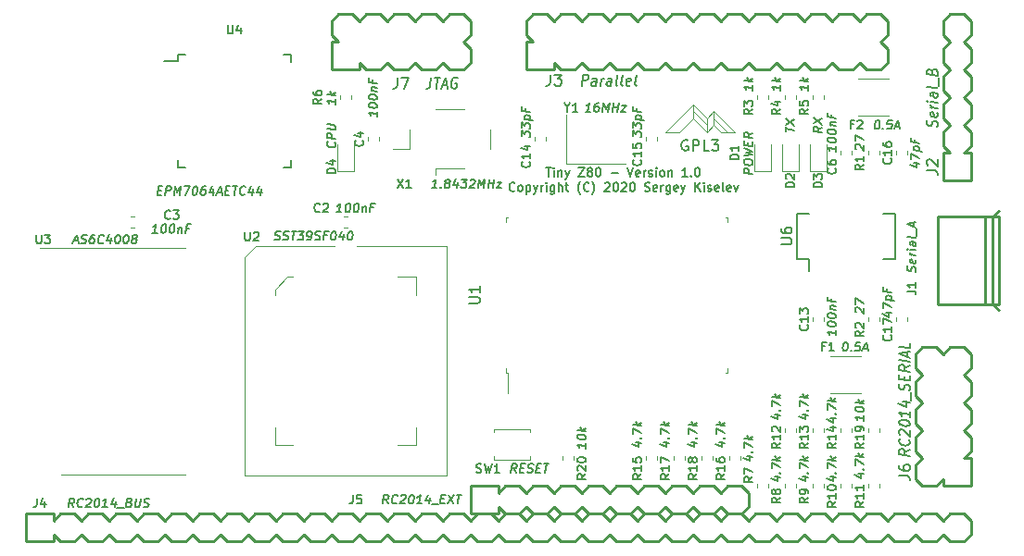
<source format=gbr>
G04 #@! TF.GenerationSoftware,KiCad,Pcbnew,(5.1.0)-1*
G04 #@! TF.CreationDate,2020-07-20T11:56:29-07:00*
G04 #@! TF.ProjectId,Tiny_Z80,54696e79-5f5a-4383-902e-6b696361645f,rev?*
G04 #@! TF.SameCoordinates,Original*
G04 #@! TF.FileFunction,Legend,Top*
G04 #@! TF.FilePolarity,Positive*
%FSLAX46Y46*%
G04 Gerber Fmt 4.6, Leading zero omitted, Abs format (unit mm)*
G04 Created by KiCad (PCBNEW (5.1.0)-1) date 2020-07-20 11:56:29*
%MOMM*%
%LPD*%
G04 APERTURE LIST*
%ADD10C,0.150000*%
%ADD11C,0.120000*%
%ADD12C,0.100000*%
%ADD13C,0.254000*%
%ADD14C,0.203200*%
G04 APERTURE END LIST*
D10*
X186205952Y-91575000D02*
X186110714Y-91527380D01*
X185967857Y-91527380D01*
X185825000Y-91575000D01*
X185729761Y-91670238D01*
X185682142Y-91765476D01*
X185634523Y-91955952D01*
X185634523Y-92098809D01*
X185682142Y-92289285D01*
X185729761Y-92384523D01*
X185825000Y-92479761D01*
X185967857Y-92527380D01*
X186063095Y-92527380D01*
X186205952Y-92479761D01*
X186253571Y-92432142D01*
X186253571Y-92098809D01*
X186063095Y-92098809D01*
X186682142Y-92527380D02*
X186682142Y-91527380D01*
X187063095Y-91527380D01*
X187158333Y-91575000D01*
X187205952Y-91622619D01*
X187253571Y-91717857D01*
X187253571Y-91860714D01*
X187205952Y-91955952D01*
X187158333Y-92003571D01*
X187063095Y-92051190D01*
X186682142Y-92051190D01*
X188158333Y-92527380D02*
X187682142Y-92527380D01*
X187682142Y-91527380D01*
X188396428Y-91527380D02*
X189015476Y-91527380D01*
X188682142Y-91908333D01*
X188825000Y-91908333D01*
X188920238Y-91955952D01*
X188967857Y-92003571D01*
X189015476Y-92098809D01*
X189015476Y-92336904D01*
X188967857Y-92432142D01*
X188920238Y-92479761D01*
X188825000Y-92527380D01*
X188539285Y-92527380D01*
X188444047Y-92479761D01*
X188396428Y-92432142D01*
D11*
X188595000Y-89535000D02*
X189865000Y-90805000D01*
X186690000Y-88900000D02*
X187960000Y-90170000D01*
X188595000Y-88900000D02*
X188595000Y-90170000D01*
X187960000Y-89535000D02*
X187960000Y-90805000D01*
X186690000Y-88265000D02*
X186690000Y-89535000D01*
X185420000Y-90805000D02*
X184150000Y-90805000D01*
X186690000Y-89535000D02*
X185420000Y-90805000D01*
X187960000Y-90805000D02*
X186690000Y-89535000D01*
X188595000Y-90170000D02*
X187960000Y-90805000D01*
X189230000Y-90805000D02*
X188595000Y-90170000D01*
X190500000Y-90805000D02*
X189230000Y-90805000D01*
X188595000Y-88900000D02*
X190500000Y-90805000D01*
X187960000Y-89535000D02*
X188595000Y-88900000D01*
X186690000Y-88265000D02*
X187960000Y-89535000D01*
X184150000Y-90805000D02*
X186690000Y-88265000D01*
D10*
X173273333Y-94073404D02*
X173730476Y-94073404D01*
X173501904Y-94873404D02*
X173501904Y-94073404D01*
X173997142Y-94873404D02*
X173997142Y-94340071D01*
X173997142Y-94073404D02*
X173959047Y-94111500D01*
X173997142Y-94149595D01*
X174035238Y-94111500D01*
X173997142Y-94073404D01*
X173997142Y-94149595D01*
X174378095Y-94340071D02*
X174378095Y-94873404D01*
X174378095Y-94416261D02*
X174416190Y-94378166D01*
X174492380Y-94340071D01*
X174606666Y-94340071D01*
X174682857Y-94378166D01*
X174720952Y-94454357D01*
X174720952Y-94873404D01*
X175025714Y-94340071D02*
X175216190Y-94873404D01*
X175406666Y-94340071D02*
X175216190Y-94873404D01*
X175140000Y-95063880D01*
X175101904Y-95101976D01*
X175025714Y-95140071D01*
X176244761Y-94073404D02*
X176778095Y-94073404D01*
X176244761Y-94873404D01*
X176778095Y-94873404D01*
X177197142Y-94416261D02*
X177120952Y-94378166D01*
X177082857Y-94340071D01*
X177044761Y-94263880D01*
X177044761Y-94225785D01*
X177082857Y-94149595D01*
X177120952Y-94111500D01*
X177197142Y-94073404D01*
X177349523Y-94073404D01*
X177425714Y-94111500D01*
X177463809Y-94149595D01*
X177501904Y-94225785D01*
X177501904Y-94263880D01*
X177463809Y-94340071D01*
X177425714Y-94378166D01*
X177349523Y-94416261D01*
X177197142Y-94416261D01*
X177120952Y-94454357D01*
X177082857Y-94492452D01*
X177044761Y-94568642D01*
X177044761Y-94721023D01*
X177082857Y-94797214D01*
X177120952Y-94835309D01*
X177197142Y-94873404D01*
X177349523Y-94873404D01*
X177425714Y-94835309D01*
X177463809Y-94797214D01*
X177501904Y-94721023D01*
X177501904Y-94568642D01*
X177463809Y-94492452D01*
X177425714Y-94454357D01*
X177349523Y-94416261D01*
X177997142Y-94073404D02*
X178073333Y-94073404D01*
X178149523Y-94111500D01*
X178187619Y-94149595D01*
X178225714Y-94225785D01*
X178263809Y-94378166D01*
X178263809Y-94568642D01*
X178225714Y-94721023D01*
X178187619Y-94797214D01*
X178149523Y-94835309D01*
X178073333Y-94873404D01*
X177997142Y-94873404D01*
X177920952Y-94835309D01*
X177882857Y-94797214D01*
X177844761Y-94721023D01*
X177806666Y-94568642D01*
X177806666Y-94378166D01*
X177844761Y-94225785D01*
X177882857Y-94149595D01*
X177920952Y-94111500D01*
X177997142Y-94073404D01*
X179216190Y-94568642D02*
X179825714Y-94568642D01*
X180701904Y-94073404D02*
X180968571Y-94873404D01*
X181235238Y-94073404D01*
X181806666Y-94835309D02*
X181730476Y-94873404D01*
X181578095Y-94873404D01*
X181501904Y-94835309D01*
X181463809Y-94759119D01*
X181463809Y-94454357D01*
X181501904Y-94378166D01*
X181578095Y-94340071D01*
X181730476Y-94340071D01*
X181806666Y-94378166D01*
X181844761Y-94454357D01*
X181844761Y-94530547D01*
X181463809Y-94606738D01*
X182187619Y-94873404D02*
X182187619Y-94340071D01*
X182187619Y-94492452D02*
X182225714Y-94416261D01*
X182263809Y-94378166D01*
X182340000Y-94340071D01*
X182416190Y-94340071D01*
X182644761Y-94835309D02*
X182720952Y-94873404D01*
X182873333Y-94873404D01*
X182949523Y-94835309D01*
X182987619Y-94759119D01*
X182987619Y-94721023D01*
X182949523Y-94644833D01*
X182873333Y-94606738D01*
X182759047Y-94606738D01*
X182682857Y-94568642D01*
X182644761Y-94492452D01*
X182644761Y-94454357D01*
X182682857Y-94378166D01*
X182759047Y-94340071D01*
X182873333Y-94340071D01*
X182949523Y-94378166D01*
X183330476Y-94873404D02*
X183330476Y-94340071D01*
X183330476Y-94073404D02*
X183292380Y-94111500D01*
X183330476Y-94149595D01*
X183368571Y-94111500D01*
X183330476Y-94073404D01*
X183330476Y-94149595D01*
X183825714Y-94873404D02*
X183749523Y-94835309D01*
X183711428Y-94797214D01*
X183673333Y-94721023D01*
X183673333Y-94492452D01*
X183711428Y-94416261D01*
X183749523Y-94378166D01*
X183825714Y-94340071D01*
X183940000Y-94340071D01*
X184016190Y-94378166D01*
X184054285Y-94416261D01*
X184092380Y-94492452D01*
X184092380Y-94721023D01*
X184054285Y-94797214D01*
X184016190Y-94835309D01*
X183940000Y-94873404D01*
X183825714Y-94873404D01*
X184435238Y-94340071D02*
X184435238Y-94873404D01*
X184435238Y-94416261D02*
X184473333Y-94378166D01*
X184549523Y-94340071D01*
X184663809Y-94340071D01*
X184740000Y-94378166D01*
X184778095Y-94454357D01*
X184778095Y-94873404D01*
X186187619Y-94873404D02*
X185730476Y-94873404D01*
X185959047Y-94873404D02*
X185959047Y-94073404D01*
X185882857Y-94187690D01*
X185806666Y-94263880D01*
X185730476Y-94301976D01*
X186530476Y-94797214D02*
X186568571Y-94835309D01*
X186530476Y-94873404D01*
X186492380Y-94835309D01*
X186530476Y-94797214D01*
X186530476Y-94873404D01*
X187063809Y-94073404D02*
X187140000Y-94073404D01*
X187216190Y-94111500D01*
X187254285Y-94149595D01*
X187292380Y-94225785D01*
X187330476Y-94378166D01*
X187330476Y-94568642D01*
X187292380Y-94721023D01*
X187254285Y-94797214D01*
X187216190Y-94835309D01*
X187140000Y-94873404D01*
X187063809Y-94873404D01*
X186987619Y-94835309D01*
X186949523Y-94797214D01*
X186911428Y-94721023D01*
X186873333Y-94568642D01*
X186873333Y-94378166D01*
X186911428Y-94225785D01*
X186949523Y-94149595D01*
X186987619Y-94111500D01*
X187063809Y-94073404D01*
X170397142Y-96147214D02*
X170359047Y-96185309D01*
X170244761Y-96223404D01*
X170168571Y-96223404D01*
X170054285Y-96185309D01*
X169978095Y-96109119D01*
X169940000Y-96032928D01*
X169901904Y-95880547D01*
X169901904Y-95766261D01*
X169940000Y-95613880D01*
X169978095Y-95537690D01*
X170054285Y-95461500D01*
X170168571Y-95423404D01*
X170244761Y-95423404D01*
X170359047Y-95461500D01*
X170397142Y-95499595D01*
X170854285Y-96223404D02*
X170778095Y-96185309D01*
X170740000Y-96147214D01*
X170701904Y-96071023D01*
X170701904Y-95842452D01*
X170740000Y-95766261D01*
X170778095Y-95728166D01*
X170854285Y-95690071D01*
X170968571Y-95690071D01*
X171044761Y-95728166D01*
X171082857Y-95766261D01*
X171120952Y-95842452D01*
X171120952Y-96071023D01*
X171082857Y-96147214D01*
X171044761Y-96185309D01*
X170968571Y-96223404D01*
X170854285Y-96223404D01*
X171463809Y-95690071D02*
X171463809Y-96490071D01*
X171463809Y-95728166D02*
X171540000Y-95690071D01*
X171692380Y-95690071D01*
X171768571Y-95728166D01*
X171806666Y-95766261D01*
X171844761Y-95842452D01*
X171844761Y-96071023D01*
X171806666Y-96147214D01*
X171768571Y-96185309D01*
X171692380Y-96223404D01*
X171540000Y-96223404D01*
X171463809Y-96185309D01*
X172111428Y-95690071D02*
X172301904Y-96223404D01*
X172492380Y-95690071D02*
X172301904Y-96223404D01*
X172225714Y-96413880D01*
X172187619Y-96451976D01*
X172111428Y-96490071D01*
X172797142Y-96223404D02*
X172797142Y-95690071D01*
X172797142Y-95842452D02*
X172835238Y-95766261D01*
X172873333Y-95728166D01*
X172949523Y-95690071D01*
X173025714Y-95690071D01*
X173292380Y-96223404D02*
X173292380Y-95690071D01*
X173292380Y-95423404D02*
X173254285Y-95461500D01*
X173292380Y-95499595D01*
X173330476Y-95461500D01*
X173292380Y-95423404D01*
X173292380Y-95499595D01*
X174016190Y-95690071D02*
X174016190Y-96337690D01*
X173978095Y-96413880D01*
X173940000Y-96451976D01*
X173863809Y-96490071D01*
X173749523Y-96490071D01*
X173673333Y-96451976D01*
X174016190Y-96185309D02*
X173940000Y-96223404D01*
X173787619Y-96223404D01*
X173711428Y-96185309D01*
X173673333Y-96147214D01*
X173635238Y-96071023D01*
X173635238Y-95842452D01*
X173673333Y-95766261D01*
X173711428Y-95728166D01*
X173787619Y-95690071D01*
X173940000Y-95690071D01*
X174016190Y-95728166D01*
X174397142Y-96223404D02*
X174397142Y-95423404D01*
X174740000Y-96223404D02*
X174740000Y-95804357D01*
X174701904Y-95728166D01*
X174625714Y-95690071D01*
X174511428Y-95690071D01*
X174435238Y-95728166D01*
X174397142Y-95766261D01*
X175006666Y-95690071D02*
X175311428Y-95690071D01*
X175120952Y-95423404D02*
X175120952Y-96109119D01*
X175159047Y-96185309D01*
X175235238Y-96223404D01*
X175311428Y-96223404D01*
X176416190Y-96528166D02*
X176378095Y-96490071D01*
X176301904Y-96375785D01*
X176263809Y-96299595D01*
X176225714Y-96185309D01*
X176187619Y-95994833D01*
X176187619Y-95842452D01*
X176225714Y-95651976D01*
X176263809Y-95537690D01*
X176301904Y-95461500D01*
X176378095Y-95347214D01*
X176416190Y-95309119D01*
X177178095Y-96147214D02*
X177140000Y-96185309D01*
X177025714Y-96223404D01*
X176949523Y-96223404D01*
X176835238Y-96185309D01*
X176759047Y-96109119D01*
X176720952Y-96032928D01*
X176682857Y-95880547D01*
X176682857Y-95766261D01*
X176720952Y-95613880D01*
X176759047Y-95537690D01*
X176835238Y-95461500D01*
X176949523Y-95423404D01*
X177025714Y-95423404D01*
X177140000Y-95461500D01*
X177178095Y-95499595D01*
X177444761Y-96528166D02*
X177482857Y-96490071D01*
X177559047Y-96375785D01*
X177597142Y-96299595D01*
X177635238Y-96185309D01*
X177673333Y-95994833D01*
X177673333Y-95842452D01*
X177635238Y-95651976D01*
X177597142Y-95537690D01*
X177559047Y-95461500D01*
X177482857Y-95347214D01*
X177444761Y-95309119D01*
X178625714Y-95499595D02*
X178663809Y-95461500D01*
X178740000Y-95423404D01*
X178930476Y-95423404D01*
X179006666Y-95461500D01*
X179044761Y-95499595D01*
X179082857Y-95575785D01*
X179082857Y-95651976D01*
X179044761Y-95766261D01*
X178587619Y-96223404D01*
X179082857Y-96223404D01*
X179578095Y-95423404D02*
X179654285Y-95423404D01*
X179730476Y-95461500D01*
X179768571Y-95499595D01*
X179806666Y-95575785D01*
X179844761Y-95728166D01*
X179844761Y-95918642D01*
X179806666Y-96071023D01*
X179768571Y-96147214D01*
X179730476Y-96185309D01*
X179654285Y-96223404D01*
X179578095Y-96223404D01*
X179501904Y-96185309D01*
X179463809Y-96147214D01*
X179425714Y-96071023D01*
X179387619Y-95918642D01*
X179387619Y-95728166D01*
X179425714Y-95575785D01*
X179463809Y-95499595D01*
X179501904Y-95461500D01*
X179578095Y-95423404D01*
X180149523Y-95499595D02*
X180187619Y-95461500D01*
X180263809Y-95423404D01*
X180454285Y-95423404D01*
X180530476Y-95461500D01*
X180568571Y-95499595D01*
X180606666Y-95575785D01*
X180606666Y-95651976D01*
X180568571Y-95766261D01*
X180111428Y-96223404D01*
X180606666Y-96223404D01*
X181101904Y-95423404D02*
X181178095Y-95423404D01*
X181254285Y-95461500D01*
X181292380Y-95499595D01*
X181330476Y-95575785D01*
X181368571Y-95728166D01*
X181368571Y-95918642D01*
X181330476Y-96071023D01*
X181292380Y-96147214D01*
X181254285Y-96185309D01*
X181178095Y-96223404D01*
X181101904Y-96223404D01*
X181025714Y-96185309D01*
X180987619Y-96147214D01*
X180949523Y-96071023D01*
X180911428Y-95918642D01*
X180911428Y-95728166D01*
X180949523Y-95575785D01*
X180987619Y-95499595D01*
X181025714Y-95461500D01*
X181101904Y-95423404D01*
X182282857Y-96185309D02*
X182397142Y-96223404D01*
X182587619Y-96223404D01*
X182663809Y-96185309D01*
X182701904Y-96147214D01*
X182740000Y-96071023D01*
X182740000Y-95994833D01*
X182701904Y-95918642D01*
X182663809Y-95880547D01*
X182587619Y-95842452D01*
X182435238Y-95804357D01*
X182359047Y-95766261D01*
X182320952Y-95728166D01*
X182282857Y-95651976D01*
X182282857Y-95575785D01*
X182320952Y-95499595D01*
X182359047Y-95461500D01*
X182435238Y-95423404D01*
X182625714Y-95423404D01*
X182740000Y-95461500D01*
X183387619Y-96185309D02*
X183311428Y-96223404D01*
X183159047Y-96223404D01*
X183082857Y-96185309D01*
X183044761Y-96109119D01*
X183044761Y-95804357D01*
X183082857Y-95728166D01*
X183159047Y-95690071D01*
X183311428Y-95690071D01*
X183387619Y-95728166D01*
X183425714Y-95804357D01*
X183425714Y-95880547D01*
X183044761Y-95956738D01*
X183768571Y-96223404D02*
X183768571Y-95690071D01*
X183768571Y-95842452D02*
X183806666Y-95766261D01*
X183844761Y-95728166D01*
X183920952Y-95690071D01*
X183997142Y-95690071D01*
X184606666Y-95690071D02*
X184606666Y-96337690D01*
X184568571Y-96413880D01*
X184530476Y-96451976D01*
X184454285Y-96490071D01*
X184340000Y-96490071D01*
X184263809Y-96451976D01*
X184606666Y-96185309D02*
X184530476Y-96223404D01*
X184378095Y-96223404D01*
X184301904Y-96185309D01*
X184263809Y-96147214D01*
X184225714Y-96071023D01*
X184225714Y-95842452D01*
X184263809Y-95766261D01*
X184301904Y-95728166D01*
X184378095Y-95690071D01*
X184530476Y-95690071D01*
X184606666Y-95728166D01*
X185292380Y-96185309D02*
X185216190Y-96223404D01*
X185063809Y-96223404D01*
X184987619Y-96185309D01*
X184949523Y-96109119D01*
X184949523Y-95804357D01*
X184987619Y-95728166D01*
X185063809Y-95690071D01*
X185216190Y-95690071D01*
X185292380Y-95728166D01*
X185330476Y-95804357D01*
X185330476Y-95880547D01*
X184949523Y-95956738D01*
X185597142Y-95690071D02*
X185787619Y-96223404D01*
X185978095Y-95690071D02*
X185787619Y-96223404D01*
X185711428Y-96413880D01*
X185673333Y-96451976D01*
X185597142Y-96490071D01*
X186892380Y-96223404D02*
X186892380Y-95423404D01*
X187349523Y-96223404D02*
X187006666Y-95766261D01*
X187349523Y-95423404D02*
X186892380Y-95880547D01*
X187692380Y-96223404D02*
X187692380Y-95690071D01*
X187692380Y-95423404D02*
X187654285Y-95461500D01*
X187692380Y-95499595D01*
X187730476Y-95461500D01*
X187692380Y-95423404D01*
X187692380Y-95499595D01*
X188035238Y-96185309D02*
X188111428Y-96223404D01*
X188263809Y-96223404D01*
X188340000Y-96185309D01*
X188378095Y-96109119D01*
X188378095Y-96071023D01*
X188340000Y-95994833D01*
X188263809Y-95956738D01*
X188149523Y-95956738D01*
X188073333Y-95918642D01*
X188035238Y-95842452D01*
X188035238Y-95804357D01*
X188073333Y-95728166D01*
X188149523Y-95690071D01*
X188263809Y-95690071D01*
X188340000Y-95728166D01*
X189025714Y-96185309D02*
X188949523Y-96223404D01*
X188797142Y-96223404D01*
X188720952Y-96185309D01*
X188682857Y-96109119D01*
X188682857Y-95804357D01*
X188720952Y-95728166D01*
X188797142Y-95690071D01*
X188949523Y-95690071D01*
X189025714Y-95728166D01*
X189063809Y-95804357D01*
X189063809Y-95880547D01*
X188682857Y-95956738D01*
X189520952Y-96223404D02*
X189444761Y-96185309D01*
X189406666Y-96109119D01*
X189406666Y-95423404D01*
X190130476Y-96185309D02*
X190054285Y-96223404D01*
X189901904Y-96223404D01*
X189825714Y-96185309D01*
X189787619Y-96109119D01*
X189787619Y-95804357D01*
X189825714Y-95728166D01*
X189901904Y-95690071D01*
X190054285Y-95690071D01*
X190130476Y-95728166D01*
X190168571Y-95804357D01*
X190168571Y-95880547D01*
X189787619Y-95956738D01*
X190435238Y-95690071D02*
X190625714Y-96223404D01*
X190816190Y-95690071D01*
D11*
X134620000Y-122117500D02*
X140272500Y-122117500D01*
X134620000Y-122117500D02*
X128967500Y-122117500D01*
X134620000Y-101402500D02*
X140272500Y-101402500D01*
X134620000Y-101402500D02*
X127045000Y-101402500D01*
D12*
X161375000Y-119465000D02*
X161375000Y-117815000D01*
X159725000Y-119465000D02*
X161375000Y-119465000D01*
X148505000Y-119465000D02*
X148505000Y-117815000D01*
X150155000Y-119465000D02*
X148505000Y-119465000D01*
X161375000Y-104055000D02*
X161375000Y-105705000D01*
X159725000Y-104055000D02*
X161375000Y-104055000D01*
X148505000Y-105205000D02*
X148505000Y-105705000D01*
X149655000Y-104055000D02*
X148505000Y-105205000D01*
X150155000Y-104055000D02*
X149655000Y-104055000D01*
D11*
X164180000Y-101250000D02*
X155940000Y-101250000D01*
X164180000Y-122270000D02*
X164180000Y-101250000D01*
X145700000Y-122270000D02*
X164180000Y-122270000D01*
X145700000Y-102250000D02*
X145700000Y-122270000D01*
X146700000Y-101250000D02*
X145700000Y-102250000D01*
X153940000Y-101250000D02*
X146700000Y-101250000D01*
X169595000Y-112412500D02*
X169595000Y-112837500D01*
X169595000Y-112837500D02*
X169770000Y-112837500D01*
X169595000Y-99042500D02*
X169595000Y-98617500D01*
X169595000Y-98617500D02*
X169770000Y-98617500D01*
X189815000Y-112412500D02*
X189815000Y-112837500D01*
X189815000Y-112837500D02*
X189640000Y-112837500D01*
X189815000Y-99042500D02*
X189815000Y-98617500D01*
X189815000Y-98617500D02*
X189640000Y-98617500D01*
X169770000Y-112837500D02*
X169770000Y-114727500D01*
D10*
X139605000Y-83725000D02*
X139605000Y-84300000D01*
X149955000Y-83725000D02*
X149955000Y-84400000D01*
X149955000Y-94075000D02*
X149955000Y-93400000D01*
X139605000Y-94075000D02*
X139605000Y-93400000D01*
X139605000Y-83725000D02*
X140280000Y-83725000D01*
X139605000Y-94075000D02*
X140280000Y-94075000D01*
X149955000Y-94075000D02*
X149280000Y-94075000D01*
X149955000Y-83725000D02*
X149280000Y-83725000D01*
X139605000Y-84300000D02*
X138330000Y-84300000D01*
D13*
X213360000Y-106552500D02*
X213360000Y-98552500D01*
X209060000Y-98552500D02*
X213360000Y-98552500D01*
X209060000Y-106552500D02*
X209060000Y-98552500D01*
X213360000Y-106552500D02*
X209060000Y-106552500D01*
X214060000Y-98552500D02*
X213360000Y-98552500D01*
X214060000Y-106552500D02*
X214060000Y-98552500D01*
X213360000Y-106552500D02*
X214060000Y-106552500D01*
X214610000Y-98002500D02*
X214060000Y-98552500D01*
X214060000Y-106552500D02*
X214610000Y-107102500D01*
X214060000Y-106552500D02*
X214610000Y-106552500D01*
X214060000Y-98552500D02*
X214610000Y-98552500D01*
X214610000Y-98552500D02*
X214610000Y-106552500D01*
X212090000Y-120650000D02*
X211455000Y-120650000D01*
X209550000Y-123190000D02*
X209550000Y-122555000D01*
X211455000Y-113030000D02*
X212090000Y-113665000D01*
X212090000Y-113665000D02*
X212090000Y-114935000D01*
X212090000Y-114935000D02*
X211455000Y-115570000D01*
X211455000Y-115570000D02*
X212090000Y-116205000D01*
X212090000Y-116205000D02*
X212090000Y-117475000D01*
X212090000Y-117475000D02*
X211455000Y-118110000D01*
X211455000Y-118110000D02*
X212090000Y-118745000D01*
X212090000Y-118745000D02*
X212090000Y-120015000D01*
X212090000Y-120015000D02*
X211455000Y-120650000D01*
X212090000Y-111125000D02*
X212090000Y-112395000D01*
X212090000Y-112395000D02*
X211455000Y-113030000D01*
X207010000Y-111125000D02*
X207645000Y-110490000D01*
X207645000Y-110490000D02*
X208915000Y-110490000D01*
X208915000Y-110490000D02*
X209550000Y-111125000D01*
X209550000Y-111125000D02*
X210185000Y-110490000D01*
X210185000Y-110490000D02*
X211455000Y-110490000D01*
X211455000Y-110490000D02*
X212090000Y-111125000D01*
X209550000Y-122555000D02*
X208915000Y-123190000D01*
X208915000Y-123190000D02*
X207645000Y-123190000D01*
X207645000Y-123190000D02*
X207010000Y-122555000D01*
X207010000Y-122555000D02*
X207010000Y-121285000D01*
X207010000Y-121285000D02*
X207645000Y-120650000D01*
X207645000Y-120650000D02*
X207010000Y-120015000D01*
X207010000Y-120015000D02*
X207010000Y-118745000D01*
X207010000Y-118745000D02*
X207645000Y-118110000D01*
X207645000Y-118110000D02*
X207010000Y-117475000D01*
X207010000Y-117475000D02*
X207010000Y-116205000D01*
X207010000Y-116205000D02*
X207645000Y-115570000D01*
X207645000Y-115570000D02*
X207010000Y-114935000D01*
X207010000Y-114935000D02*
X207010000Y-113665000D01*
X207010000Y-113665000D02*
X207645000Y-113030000D01*
X207645000Y-113030000D02*
X207010000Y-112395000D01*
X207010000Y-112395000D02*
X207010000Y-111125000D01*
X212090000Y-120650000D02*
X212090000Y-123190000D01*
X212090000Y-123190000D02*
X209550000Y-123190000D01*
D11*
X155111267Y-99570000D02*
X154768733Y-99570000D01*
X155111267Y-98550000D02*
X154768733Y-98550000D01*
X135323733Y-99570000D02*
X135666267Y-99570000D01*
X135323733Y-98550000D02*
X135666267Y-98550000D01*
X201170000Y-92881267D02*
X201170000Y-92538733D01*
X200150000Y-92881267D02*
X200150000Y-92538733D01*
X197610000Y-107778733D02*
X197610000Y-108121267D01*
X198630000Y-107778733D02*
X198630000Y-108121267D01*
X183390000Y-91611267D02*
X183390000Y-91268733D01*
X182370000Y-91611267D02*
X182370000Y-91268733D01*
X172210000Y-91611267D02*
X172210000Y-91268733D01*
X173230000Y-91611267D02*
X173230000Y-91268733D01*
X205230000Y-92538733D02*
X205230000Y-92881267D01*
X206250000Y-92538733D02*
X206250000Y-92881267D01*
X205230000Y-108121267D02*
X205230000Y-107778733D01*
X206250000Y-108121267D02*
X206250000Y-107778733D01*
X192305000Y-91910000D02*
X192305000Y-94370000D01*
X192305000Y-94370000D02*
X193775000Y-94370000D01*
X193775000Y-94370000D02*
X193775000Y-91910000D01*
X196315000Y-94370000D02*
X196315000Y-91910000D01*
X194845000Y-94370000D02*
X196315000Y-94370000D01*
X194845000Y-91910000D02*
X194845000Y-94370000D01*
X197385000Y-91910000D02*
X197385000Y-94370000D01*
X197385000Y-94370000D02*
X198855000Y-94370000D01*
X198855000Y-94370000D02*
X198855000Y-91910000D01*
X199273748Y-114740000D02*
X202046252Y-114740000D01*
X199273748Y-111320000D02*
X202046252Y-111320000D01*
X201813748Y-85920000D02*
X204586252Y-85920000D01*
X201813748Y-89340000D02*
X204586252Y-89340000D01*
D10*
X197295000Y-102405000D02*
X196185000Y-102405000D01*
X196185000Y-98255000D02*
X197295000Y-98255000D01*
X205135000Y-98255000D02*
X204025000Y-98255000D01*
X205135000Y-102405000D02*
X204025000Y-102405000D01*
X196185000Y-102405000D02*
X196185000Y-98255000D01*
X205135000Y-102405000D02*
X205135000Y-98255000D01*
X197295000Y-102405000D02*
X197295000Y-103530000D01*
D11*
X157990000Y-91268733D02*
X157990000Y-91611267D01*
X156970000Y-91268733D02*
X156970000Y-91611267D01*
X175100000Y-89190000D02*
X175100000Y-93690000D01*
X175100000Y-93690000D02*
X180500000Y-93690000D01*
D13*
X210185000Y-92710000D02*
X209550000Y-92710000D01*
X212090000Y-92710000D02*
X211455000Y-92710000D01*
X212090000Y-80645000D02*
X211455000Y-80010000D01*
X212090000Y-81915000D02*
X212090000Y-80645000D01*
X211455000Y-82550000D02*
X212090000Y-81915000D01*
X209550000Y-81915000D02*
X209550000Y-80645000D01*
X209550000Y-80645000D02*
X210185000Y-80010000D01*
X210185000Y-82550000D02*
X209550000Y-81915000D01*
X210185000Y-85090000D02*
X209550000Y-84455000D01*
X209550000Y-84455000D02*
X209550000Y-83185000D01*
X209550000Y-83185000D02*
X210185000Y-82550000D01*
X210185000Y-80010000D02*
X211455000Y-80010000D01*
X211455000Y-82550000D02*
X212090000Y-83185000D01*
X212090000Y-83185000D02*
X212090000Y-84455000D01*
X212090000Y-84455000D02*
X211455000Y-85090000D01*
X212090000Y-95250000D02*
X209550000Y-95250000D01*
X209550000Y-95250000D02*
X209550000Y-92710000D01*
X210185000Y-92710000D02*
X209550000Y-92075000D01*
X209550000Y-92075000D02*
X209550000Y-90805000D01*
X209550000Y-90805000D02*
X210185000Y-90170000D01*
X210185000Y-90170000D02*
X209550000Y-89535000D01*
X209550000Y-89535000D02*
X209550000Y-88265000D01*
X209550000Y-88265000D02*
X210185000Y-87630000D01*
X210185000Y-87630000D02*
X209550000Y-86995000D01*
X209550000Y-86995000D02*
X209550000Y-85725000D01*
X209550000Y-85725000D02*
X210185000Y-85090000D01*
X211455000Y-85090000D02*
X212090000Y-85725000D01*
X212090000Y-85725000D02*
X212090000Y-86995000D01*
X212090000Y-86995000D02*
X211455000Y-87630000D01*
X211455000Y-87630000D02*
X212090000Y-88265000D01*
X212090000Y-88265000D02*
X212090000Y-89535000D01*
X212090000Y-89535000D02*
X211455000Y-90170000D01*
X211455000Y-90170000D02*
X212090000Y-90805000D01*
X212090000Y-90805000D02*
X212090000Y-92075000D01*
X212090000Y-92075000D02*
X211455000Y-92710000D01*
X212090000Y-92710000D02*
X212090000Y-95250000D01*
X173990000Y-85090000D02*
X173990000Y-84455000D01*
X171450000Y-82550000D02*
X172085000Y-82550000D01*
X181610000Y-84455000D02*
X180975000Y-85090000D01*
X180975000Y-85090000D02*
X179705000Y-85090000D01*
X179705000Y-85090000D02*
X179070000Y-84455000D01*
X179070000Y-84455000D02*
X178435000Y-85090000D01*
X178435000Y-85090000D02*
X177165000Y-85090000D01*
X177165000Y-85090000D02*
X176530000Y-84455000D01*
X176530000Y-84455000D02*
X175895000Y-85090000D01*
X175895000Y-85090000D02*
X174625000Y-85090000D01*
X174625000Y-85090000D02*
X173990000Y-84455000D01*
X203835000Y-85090000D02*
X202565000Y-85090000D01*
X202565000Y-85090000D02*
X201930000Y-84455000D01*
X201930000Y-84455000D02*
X201295000Y-85090000D01*
X201295000Y-85090000D02*
X200025000Y-85090000D01*
X200025000Y-85090000D02*
X199390000Y-84455000D01*
X199390000Y-84455000D02*
X198755000Y-85090000D01*
X198755000Y-85090000D02*
X197485000Y-85090000D01*
X197485000Y-85090000D02*
X196850000Y-84455000D01*
X196850000Y-84455000D02*
X196215000Y-85090000D01*
X196215000Y-85090000D02*
X194945000Y-85090000D01*
X194945000Y-85090000D02*
X194310000Y-84455000D01*
X194310000Y-84455000D02*
X193675000Y-85090000D01*
X193675000Y-85090000D02*
X192405000Y-85090000D01*
X192405000Y-85090000D02*
X191770000Y-84455000D01*
X191770000Y-84455000D02*
X191135000Y-85090000D01*
X191135000Y-85090000D02*
X189865000Y-85090000D01*
X189865000Y-85090000D02*
X189230000Y-84455000D01*
X189230000Y-84455000D02*
X188595000Y-85090000D01*
X188595000Y-85090000D02*
X187325000Y-85090000D01*
X187325000Y-85090000D02*
X186690000Y-84455000D01*
X186690000Y-84455000D02*
X186055000Y-85090000D01*
X186055000Y-85090000D02*
X184785000Y-85090000D01*
X184785000Y-85090000D02*
X184150000Y-84455000D01*
X184150000Y-84455000D02*
X183515000Y-85090000D01*
X183515000Y-85090000D02*
X182245000Y-85090000D01*
X182245000Y-85090000D02*
X181610000Y-84455000D01*
X203835000Y-80010000D02*
X204470000Y-80645000D01*
X204470000Y-80645000D02*
X204470000Y-81915000D01*
X204470000Y-81915000D02*
X203835000Y-82550000D01*
X203835000Y-82550000D02*
X204470000Y-83185000D01*
X204470000Y-83185000D02*
X204470000Y-84455000D01*
X204470000Y-84455000D02*
X203835000Y-85090000D01*
X172085000Y-82550000D02*
X171450000Y-81915000D01*
X171450000Y-81915000D02*
X171450000Y-80645000D01*
X171450000Y-80645000D02*
X172085000Y-80010000D01*
X172085000Y-80010000D02*
X173355000Y-80010000D01*
X173355000Y-80010000D02*
X173990000Y-80645000D01*
X173990000Y-80645000D02*
X174625000Y-80010000D01*
X174625000Y-80010000D02*
X175895000Y-80010000D01*
X175895000Y-80010000D02*
X176530000Y-80645000D01*
X176530000Y-80645000D02*
X177165000Y-80010000D01*
X177165000Y-80010000D02*
X178435000Y-80010000D01*
X178435000Y-80010000D02*
X179070000Y-80645000D01*
X179070000Y-80645000D02*
X179705000Y-80010000D01*
X179705000Y-80010000D02*
X180975000Y-80010000D01*
X180975000Y-80010000D02*
X181610000Y-80645000D01*
X181610000Y-80645000D02*
X182245000Y-80010000D01*
X182245000Y-80010000D02*
X183515000Y-80010000D01*
X183515000Y-80010000D02*
X184150000Y-80645000D01*
X184150000Y-80645000D02*
X184785000Y-80010000D01*
X184785000Y-80010000D02*
X186055000Y-80010000D01*
X186055000Y-80010000D02*
X186690000Y-80645000D01*
X186690000Y-80645000D02*
X187325000Y-80010000D01*
X187325000Y-80010000D02*
X188595000Y-80010000D01*
X188595000Y-80010000D02*
X189230000Y-80645000D01*
X189230000Y-80645000D02*
X189865000Y-80010000D01*
X189865000Y-80010000D02*
X191135000Y-80010000D01*
X191135000Y-80010000D02*
X191770000Y-80645000D01*
X191770000Y-80645000D02*
X192405000Y-80010000D01*
X192405000Y-80010000D02*
X193675000Y-80010000D01*
X193675000Y-80010000D02*
X194310000Y-80645000D01*
X194310000Y-80645000D02*
X194945000Y-80010000D01*
X194945000Y-80010000D02*
X196215000Y-80010000D01*
X196215000Y-80010000D02*
X196850000Y-80645000D01*
X196850000Y-80645000D02*
X197485000Y-80010000D01*
X197485000Y-80010000D02*
X198755000Y-80010000D01*
X198755000Y-80010000D02*
X199390000Y-80645000D01*
X199390000Y-80645000D02*
X200025000Y-80010000D01*
X200025000Y-80010000D02*
X201295000Y-80010000D01*
X201295000Y-80010000D02*
X201930000Y-80645000D01*
X201930000Y-80645000D02*
X202565000Y-80010000D01*
X202565000Y-80010000D02*
X203835000Y-80010000D01*
X173990000Y-85090000D02*
X171450000Y-85090000D01*
X171450000Y-85090000D02*
X171450000Y-82550000D01*
X128270000Y-126365000D02*
X128270000Y-125730000D01*
X128270000Y-128270000D02*
X128270000Y-127635000D01*
X210185000Y-125730000D02*
X211455000Y-125730000D01*
X211455000Y-125730000D02*
X212090000Y-126365000D01*
X209550000Y-126365000D02*
X210185000Y-125730000D01*
X211455000Y-128270000D02*
X212090000Y-127635000D01*
X210185000Y-128270000D02*
X211455000Y-128270000D01*
X209550000Y-127635000D02*
X210185000Y-128270000D01*
X205105000Y-125730000D02*
X206375000Y-125730000D01*
X206375000Y-125730000D02*
X207010000Y-126365000D01*
X204470000Y-126365000D02*
X205105000Y-125730000D01*
X206375000Y-128270000D02*
X207010000Y-127635000D01*
X205105000Y-128270000D02*
X206375000Y-128270000D01*
X204470000Y-127635000D02*
X205105000Y-128270000D01*
X208915000Y-125730000D02*
X209550000Y-126365000D01*
X207645000Y-125730000D02*
X208915000Y-125730000D01*
X207010000Y-126365000D02*
X207645000Y-125730000D01*
X207645000Y-128270000D02*
X207010000Y-127635000D01*
X208915000Y-128270000D02*
X207645000Y-128270000D01*
X209550000Y-127635000D02*
X208915000Y-128270000D01*
X200025000Y-125730000D02*
X201295000Y-125730000D01*
X201295000Y-125730000D02*
X201930000Y-126365000D01*
X199390000Y-126365000D02*
X200025000Y-125730000D01*
X201295000Y-128270000D02*
X201930000Y-127635000D01*
X200025000Y-128270000D02*
X201295000Y-128270000D01*
X199390000Y-127635000D02*
X200025000Y-128270000D01*
X203835000Y-125730000D02*
X204470000Y-126365000D01*
X202565000Y-125730000D02*
X203835000Y-125730000D01*
X201930000Y-126365000D02*
X202565000Y-125730000D01*
X202565000Y-128270000D02*
X201930000Y-127635000D01*
X203835000Y-128270000D02*
X202565000Y-128270000D01*
X204470000Y-127635000D02*
X203835000Y-128270000D01*
X194945000Y-125730000D02*
X196215000Y-125730000D01*
X196215000Y-125730000D02*
X196850000Y-126365000D01*
X194310000Y-126365000D02*
X194945000Y-125730000D01*
X196215000Y-128270000D02*
X196850000Y-127635000D01*
X194945000Y-128270000D02*
X196215000Y-128270000D01*
X194310000Y-127635000D02*
X194945000Y-128270000D01*
X198755000Y-125730000D02*
X199390000Y-126365000D01*
X197485000Y-125730000D02*
X198755000Y-125730000D01*
X196850000Y-126365000D02*
X197485000Y-125730000D01*
X197485000Y-128270000D02*
X196850000Y-127635000D01*
X198755000Y-128270000D02*
X197485000Y-128270000D01*
X199390000Y-127635000D02*
X198755000Y-128270000D01*
X189865000Y-125730000D02*
X191135000Y-125730000D01*
X191135000Y-125730000D02*
X191770000Y-126365000D01*
X189230000Y-126365000D02*
X189865000Y-125730000D01*
X191135000Y-128270000D02*
X191770000Y-127635000D01*
X189865000Y-128270000D02*
X191135000Y-128270000D01*
X189230000Y-127635000D02*
X189865000Y-128270000D01*
X193675000Y-125730000D02*
X194310000Y-126365000D01*
X192405000Y-125730000D02*
X193675000Y-125730000D01*
X191770000Y-126365000D02*
X192405000Y-125730000D01*
X192405000Y-128270000D02*
X191770000Y-127635000D01*
X193675000Y-128270000D02*
X192405000Y-128270000D01*
X194310000Y-127635000D02*
X193675000Y-128270000D01*
X184785000Y-125730000D02*
X186055000Y-125730000D01*
X186055000Y-125730000D02*
X186690000Y-126365000D01*
X184150000Y-126365000D02*
X184785000Y-125730000D01*
X186055000Y-128270000D02*
X186690000Y-127635000D01*
X184785000Y-128270000D02*
X186055000Y-128270000D01*
X184150000Y-127635000D02*
X184785000Y-128270000D01*
X188595000Y-125730000D02*
X189230000Y-126365000D01*
X187325000Y-125730000D02*
X188595000Y-125730000D01*
X186690000Y-126365000D02*
X187325000Y-125730000D01*
X187325000Y-128270000D02*
X186690000Y-127635000D01*
X188595000Y-128270000D02*
X187325000Y-128270000D01*
X189230000Y-127635000D02*
X188595000Y-128270000D01*
X179705000Y-125730000D02*
X180975000Y-125730000D01*
X180975000Y-125730000D02*
X181610000Y-126365000D01*
X179070000Y-126365000D02*
X179705000Y-125730000D01*
X180975000Y-128270000D02*
X181610000Y-127635000D01*
X179705000Y-128270000D02*
X180975000Y-128270000D01*
X179070000Y-127635000D02*
X179705000Y-128270000D01*
X183515000Y-125730000D02*
X184150000Y-126365000D01*
X182245000Y-125730000D02*
X183515000Y-125730000D01*
X181610000Y-126365000D02*
X182245000Y-125730000D01*
X182245000Y-128270000D02*
X181610000Y-127635000D01*
X183515000Y-128270000D02*
X182245000Y-128270000D01*
X184150000Y-127635000D02*
X183515000Y-128270000D01*
X174625000Y-125730000D02*
X175895000Y-125730000D01*
X175895000Y-125730000D02*
X176530000Y-126365000D01*
X173990000Y-126365000D02*
X174625000Y-125730000D01*
X175895000Y-128270000D02*
X176530000Y-127635000D01*
X174625000Y-128270000D02*
X175895000Y-128270000D01*
X173990000Y-127635000D02*
X174625000Y-128270000D01*
X178435000Y-125730000D02*
X179070000Y-126365000D01*
X177165000Y-125730000D02*
X178435000Y-125730000D01*
X176530000Y-126365000D02*
X177165000Y-125730000D01*
X177165000Y-128270000D02*
X176530000Y-127635000D01*
X178435000Y-128270000D02*
X177165000Y-128270000D01*
X179070000Y-127635000D02*
X178435000Y-128270000D01*
X169545000Y-125730000D02*
X170815000Y-125730000D01*
X170815000Y-125730000D02*
X171450000Y-126365000D01*
X168910000Y-126365000D02*
X169545000Y-125730000D01*
X170815000Y-128270000D02*
X171450000Y-127635000D01*
X169545000Y-128270000D02*
X170815000Y-128270000D01*
X168910000Y-127635000D02*
X169545000Y-128270000D01*
X173355000Y-125730000D02*
X173990000Y-126365000D01*
X172085000Y-125730000D02*
X173355000Y-125730000D01*
X171450000Y-126365000D02*
X172085000Y-125730000D01*
X172085000Y-128270000D02*
X171450000Y-127635000D01*
X173355000Y-128270000D02*
X172085000Y-128270000D01*
X173990000Y-127635000D02*
X173355000Y-128270000D01*
X164465000Y-125730000D02*
X165735000Y-125730000D01*
X165735000Y-125730000D02*
X166370000Y-126365000D01*
X163830000Y-126365000D02*
X164465000Y-125730000D01*
X165735000Y-128270000D02*
X166370000Y-127635000D01*
X164465000Y-128270000D02*
X165735000Y-128270000D01*
X163830000Y-127635000D02*
X164465000Y-128270000D01*
X168275000Y-125730000D02*
X168910000Y-126365000D01*
X167005000Y-125730000D02*
X168275000Y-125730000D01*
X166370000Y-126365000D02*
X167005000Y-125730000D01*
X167005000Y-128270000D02*
X166370000Y-127635000D01*
X168275000Y-128270000D02*
X167005000Y-128270000D01*
X168910000Y-127635000D02*
X168275000Y-128270000D01*
X159385000Y-125730000D02*
X160655000Y-125730000D01*
X160655000Y-125730000D02*
X161290000Y-126365000D01*
X158750000Y-126365000D02*
X159385000Y-125730000D01*
X160655000Y-128270000D02*
X161290000Y-127635000D01*
X159385000Y-128270000D02*
X160655000Y-128270000D01*
X158750000Y-127635000D02*
X159385000Y-128270000D01*
X163195000Y-125730000D02*
X163830000Y-126365000D01*
X161925000Y-125730000D02*
X163195000Y-125730000D01*
X161290000Y-126365000D02*
X161925000Y-125730000D01*
X161925000Y-128270000D02*
X161290000Y-127635000D01*
X163195000Y-128270000D02*
X161925000Y-128270000D01*
X163830000Y-127635000D02*
X163195000Y-128270000D01*
X154305000Y-125730000D02*
X155575000Y-125730000D01*
X155575000Y-125730000D02*
X156210000Y-126365000D01*
X153670000Y-126365000D02*
X154305000Y-125730000D01*
X155575000Y-128270000D02*
X156210000Y-127635000D01*
X154305000Y-128270000D02*
X155575000Y-128270000D01*
X153670000Y-127635000D02*
X154305000Y-128270000D01*
X158115000Y-125730000D02*
X158750000Y-126365000D01*
X156845000Y-125730000D02*
X158115000Y-125730000D01*
X156210000Y-126365000D02*
X156845000Y-125730000D01*
X156845000Y-128270000D02*
X156210000Y-127635000D01*
X158115000Y-128270000D02*
X156845000Y-128270000D01*
X158750000Y-127635000D02*
X158115000Y-128270000D01*
X149225000Y-125730000D02*
X150495000Y-125730000D01*
X150495000Y-125730000D02*
X151130000Y-126365000D01*
X148590000Y-126365000D02*
X149225000Y-125730000D01*
X150495000Y-128270000D02*
X151130000Y-127635000D01*
X149225000Y-128270000D02*
X150495000Y-128270000D01*
X148590000Y-127635000D02*
X149225000Y-128270000D01*
X153035000Y-125730000D02*
X153670000Y-126365000D01*
X151765000Y-125730000D02*
X153035000Y-125730000D01*
X151130000Y-126365000D02*
X151765000Y-125730000D01*
X151765000Y-128270000D02*
X151130000Y-127635000D01*
X153035000Y-128270000D02*
X151765000Y-128270000D01*
X153670000Y-127635000D02*
X153035000Y-128270000D01*
X144145000Y-125730000D02*
X145415000Y-125730000D01*
X145415000Y-125730000D02*
X146050000Y-126365000D01*
X143510000Y-126365000D02*
X144145000Y-125730000D01*
X145415000Y-128270000D02*
X146050000Y-127635000D01*
X144145000Y-128270000D02*
X145415000Y-128270000D01*
X143510000Y-127635000D02*
X144145000Y-128270000D01*
X147955000Y-125730000D02*
X148590000Y-126365000D01*
X146685000Y-125730000D02*
X147955000Y-125730000D01*
X146050000Y-126365000D02*
X146685000Y-125730000D01*
X146685000Y-128270000D02*
X146050000Y-127635000D01*
X147955000Y-128270000D02*
X146685000Y-128270000D01*
X148590000Y-127635000D02*
X147955000Y-128270000D01*
X141605000Y-128270000D02*
X140970000Y-127635000D01*
X142875000Y-128270000D02*
X141605000Y-128270000D01*
X143510000Y-127635000D02*
X142875000Y-128270000D01*
X142875000Y-125730000D02*
X143510000Y-126365000D01*
X141605000Y-125730000D02*
X142875000Y-125730000D01*
X140970000Y-126365000D02*
X141605000Y-125730000D01*
X140335000Y-128270000D02*
X140970000Y-127635000D01*
X139065000Y-128270000D02*
X140335000Y-128270000D01*
X138430000Y-127635000D02*
X139065000Y-128270000D01*
X139065000Y-125730000D02*
X140335000Y-125730000D01*
X140335000Y-125730000D02*
X140970000Y-126365000D01*
X138430000Y-126365000D02*
X139065000Y-125730000D01*
X135890000Y-126365000D02*
X136525000Y-125730000D01*
X136525000Y-125730000D02*
X137795000Y-125730000D01*
X137795000Y-125730000D02*
X138430000Y-126365000D01*
X212090000Y-126365000D02*
X212090000Y-127635000D01*
X138430000Y-127635000D02*
X137795000Y-128270000D01*
X137795000Y-128270000D02*
X136525000Y-128270000D01*
X136525000Y-128270000D02*
X135890000Y-127635000D01*
X125730000Y-128270000D02*
X125730000Y-125730000D01*
X125730000Y-125730000D02*
X128270000Y-125730000D01*
X128270000Y-126365000D02*
X128905000Y-125730000D01*
X128905000Y-125730000D02*
X130175000Y-125730000D01*
X130175000Y-125730000D02*
X130810000Y-126365000D01*
X130810000Y-126365000D02*
X131445000Y-125730000D01*
X131445000Y-125730000D02*
X132715000Y-125730000D01*
X132715000Y-125730000D02*
X133350000Y-126365000D01*
X133350000Y-126365000D02*
X133985000Y-125730000D01*
X133985000Y-125730000D02*
X135255000Y-125730000D01*
X135255000Y-125730000D02*
X135890000Y-126365000D01*
X135890000Y-127635000D02*
X135255000Y-128270000D01*
X135255000Y-128270000D02*
X133985000Y-128270000D01*
X133985000Y-128270000D02*
X133350000Y-127635000D01*
X133350000Y-127635000D02*
X132715000Y-128270000D01*
X132715000Y-128270000D02*
X131445000Y-128270000D01*
X131445000Y-128270000D02*
X130810000Y-127635000D01*
X130810000Y-127635000D02*
X130175000Y-128270000D01*
X130175000Y-128270000D02*
X128905000Y-128270000D01*
X128905000Y-128270000D02*
X128270000Y-127635000D01*
X128270000Y-128270000D02*
X125730000Y-128270000D01*
X168910000Y-123825000D02*
X168910000Y-123190000D01*
X168910000Y-125730000D02*
X168910000Y-125095000D01*
X191135000Y-125730000D02*
X191770000Y-125095000D01*
X189865000Y-125730000D02*
X191135000Y-125730000D01*
X189230000Y-125095000D02*
X189865000Y-125730000D01*
X189230000Y-125095000D02*
X188595000Y-125730000D01*
X188595000Y-125730000D02*
X187325000Y-125730000D01*
X187325000Y-125730000D02*
X186690000Y-125095000D01*
X189865000Y-123190000D02*
X191135000Y-123190000D01*
X191135000Y-123190000D02*
X191770000Y-123825000D01*
X189230000Y-123825000D02*
X189865000Y-123190000D01*
X186690000Y-123825000D02*
X187325000Y-123190000D01*
X187325000Y-123190000D02*
X188595000Y-123190000D01*
X188595000Y-123190000D02*
X189230000Y-123825000D01*
X182245000Y-125730000D02*
X181610000Y-125095000D01*
X183515000Y-125730000D02*
X182245000Y-125730000D01*
X184150000Y-125095000D02*
X183515000Y-125730000D01*
X184150000Y-125095000D02*
X184785000Y-125730000D01*
X184785000Y-125730000D02*
X186055000Y-125730000D01*
X186055000Y-125730000D02*
X186690000Y-125095000D01*
X183515000Y-123190000D02*
X184150000Y-123825000D01*
X182245000Y-123190000D02*
X183515000Y-123190000D01*
X181610000Y-123825000D02*
X182245000Y-123190000D01*
X184150000Y-123825000D02*
X184785000Y-123190000D01*
X186055000Y-123190000D02*
X186690000Y-123825000D01*
X184785000Y-123190000D02*
X186055000Y-123190000D01*
X180975000Y-125730000D02*
X181610000Y-125095000D01*
X179705000Y-125730000D02*
X180975000Y-125730000D01*
X179070000Y-125095000D02*
X179705000Y-125730000D01*
X179705000Y-123190000D02*
X180975000Y-123190000D01*
X180975000Y-123190000D02*
X181610000Y-123825000D01*
X179070000Y-123825000D02*
X179705000Y-123190000D01*
X176530000Y-123825000D02*
X177165000Y-123190000D01*
X177165000Y-123190000D02*
X178435000Y-123190000D01*
X178435000Y-123190000D02*
X179070000Y-123825000D01*
X191770000Y-123825000D02*
X191770000Y-125095000D01*
X179070000Y-125095000D02*
X178435000Y-125730000D01*
X178435000Y-125730000D02*
X177165000Y-125730000D01*
X177165000Y-125730000D02*
X176530000Y-125095000D01*
X166370000Y-125730000D02*
X166370000Y-123190000D01*
X166370000Y-123190000D02*
X168910000Y-123190000D01*
X168910000Y-123825000D02*
X169545000Y-123190000D01*
X169545000Y-123190000D02*
X170815000Y-123190000D01*
X170815000Y-123190000D02*
X171450000Y-123825000D01*
X171450000Y-123825000D02*
X172085000Y-123190000D01*
X172085000Y-123190000D02*
X173355000Y-123190000D01*
X173355000Y-123190000D02*
X173990000Y-123825000D01*
X173990000Y-123825000D02*
X174625000Y-123190000D01*
X174625000Y-123190000D02*
X175895000Y-123190000D01*
X175895000Y-123190000D02*
X176530000Y-123825000D01*
X176530000Y-125095000D02*
X175895000Y-125730000D01*
X175895000Y-125730000D02*
X174625000Y-125730000D01*
X174625000Y-125730000D02*
X173990000Y-125095000D01*
X173990000Y-125095000D02*
X173355000Y-125730000D01*
X173355000Y-125730000D02*
X172085000Y-125730000D01*
X172085000Y-125730000D02*
X171450000Y-125095000D01*
X171450000Y-125095000D02*
X170815000Y-125730000D01*
X170815000Y-125730000D02*
X169545000Y-125730000D01*
X169545000Y-125730000D02*
X168910000Y-125095000D01*
X168910000Y-125730000D02*
X166370000Y-125730000D01*
X153670000Y-85090000D02*
X153670000Y-82550000D01*
X156210000Y-85090000D02*
X153670000Y-85090000D01*
X164465000Y-80010000D02*
X165735000Y-80010000D01*
X163830000Y-80645000D02*
X164465000Y-80010000D01*
X163195000Y-80010000D02*
X163830000Y-80645000D01*
X161925000Y-80010000D02*
X163195000Y-80010000D01*
X161290000Y-80645000D02*
X161925000Y-80010000D01*
X160655000Y-80010000D02*
X161290000Y-80645000D01*
X159385000Y-80010000D02*
X160655000Y-80010000D01*
X158750000Y-80645000D02*
X159385000Y-80010000D01*
X158115000Y-80010000D02*
X158750000Y-80645000D01*
X156845000Y-80010000D02*
X158115000Y-80010000D01*
X156210000Y-80645000D02*
X156845000Y-80010000D01*
X155575000Y-80010000D02*
X156210000Y-80645000D01*
X154305000Y-80010000D02*
X155575000Y-80010000D01*
X153670000Y-80645000D02*
X154305000Y-80010000D01*
X153670000Y-81915000D02*
X153670000Y-80645000D01*
X154305000Y-82550000D02*
X153670000Y-81915000D01*
X166370000Y-84455000D02*
X165735000Y-85090000D01*
X166370000Y-83185000D02*
X166370000Y-84455000D01*
X165735000Y-82550000D02*
X166370000Y-83185000D01*
X166370000Y-81915000D02*
X165735000Y-82550000D01*
X166370000Y-80645000D02*
X166370000Y-81915000D01*
X165735000Y-80010000D02*
X166370000Y-80645000D01*
X164465000Y-85090000D02*
X163830000Y-84455000D01*
X165735000Y-85090000D02*
X164465000Y-85090000D01*
X156845000Y-85090000D02*
X156210000Y-84455000D01*
X158115000Y-85090000D02*
X156845000Y-85090000D01*
X158750000Y-84455000D02*
X158115000Y-85090000D01*
X159385000Y-85090000D02*
X158750000Y-84455000D01*
X160655000Y-85090000D02*
X159385000Y-85090000D01*
X161290000Y-84455000D02*
X160655000Y-85090000D01*
X161925000Y-85090000D02*
X161290000Y-84455000D01*
X163195000Y-85090000D02*
X161925000Y-85090000D01*
X163830000Y-84455000D02*
X163195000Y-85090000D01*
X153670000Y-82550000D02*
X154305000Y-82550000D01*
X156210000Y-85090000D02*
X156210000Y-84455000D01*
D11*
X203710000Y-92881267D02*
X203710000Y-92538733D01*
X202690000Y-92881267D02*
X202690000Y-92538733D01*
X203710000Y-107778733D02*
X203710000Y-108121267D01*
X202690000Y-107778733D02*
X202690000Y-108121267D01*
X193550000Y-87458733D02*
X193550000Y-87801267D01*
X192530000Y-87458733D02*
X192530000Y-87801267D01*
X195070000Y-87458733D02*
X195070000Y-87801267D01*
X196090000Y-87458733D02*
X196090000Y-87801267D01*
X198630000Y-87458733D02*
X198630000Y-87801267D01*
X197610000Y-87458733D02*
X197610000Y-87801267D01*
X193550000Y-123361267D02*
X193550000Y-123018733D01*
X192530000Y-123361267D02*
X192530000Y-123018733D01*
X195070000Y-123361267D02*
X195070000Y-123018733D01*
X196090000Y-123361267D02*
X196090000Y-123018733D01*
X197610000Y-123361267D02*
X197610000Y-123018733D01*
X198630000Y-123361267D02*
X198630000Y-123018733D01*
X201170000Y-123361267D02*
X201170000Y-123018733D01*
X200150000Y-123361267D02*
X200150000Y-123018733D01*
X203710000Y-123361267D02*
X203710000Y-123018733D01*
X202690000Y-123361267D02*
X202690000Y-123018733D01*
X195070000Y-118281267D02*
X195070000Y-117938733D01*
X196090000Y-118281267D02*
X196090000Y-117938733D01*
X198630000Y-118281267D02*
X198630000Y-117938733D01*
X197610000Y-118281267D02*
X197610000Y-117938733D01*
X200150000Y-118281267D02*
X200150000Y-117938733D01*
X201170000Y-118281267D02*
X201170000Y-117938733D01*
X182370000Y-120821267D02*
X182370000Y-120478733D01*
X183390000Y-120821267D02*
X183390000Y-120478733D01*
X189990000Y-120821267D02*
X189990000Y-120478733D01*
X191010000Y-120821267D02*
X191010000Y-120478733D01*
X185930000Y-120821267D02*
X185930000Y-120478733D01*
X184910000Y-120821267D02*
X184910000Y-120478733D01*
X187450000Y-120821267D02*
X187450000Y-120478733D01*
X188470000Y-120821267D02*
X188470000Y-120478733D01*
X203710000Y-117938733D02*
X203710000Y-118281267D01*
X202690000Y-117938733D02*
X202690000Y-118281267D01*
X175770000Y-120821267D02*
X175770000Y-120478733D01*
X174750000Y-120821267D02*
X174750000Y-120478733D01*
X171830000Y-118280000D02*
X171830000Y-117980000D01*
X171830000Y-117980000D02*
X168530000Y-117980000D01*
X168530000Y-117980000D02*
X168530000Y-118280000D01*
X171830000Y-120480000D02*
X171830000Y-120780000D01*
X171830000Y-120780000D02*
X168530000Y-120780000D01*
X168530000Y-120780000D02*
X168530000Y-120480000D01*
X159265000Y-92340000D02*
X160765000Y-92340000D01*
X160765000Y-92340000D02*
X160765000Y-90540000D01*
X168165000Y-90540000D02*
X168165000Y-92340000D01*
X163165000Y-88740000D02*
X165765000Y-88740000D01*
X165765000Y-94140000D02*
X163165000Y-94140000D01*
X163165000Y-94140000D02*
X163165000Y-94740000D01*
X154205000Y-91910000D02*
X154205000Y-94370000D01*
X154205000Y-94370000D02*
X155675000Y-94370000D01*
X155675000Y-94370000D02*
X155675000Y-91910000D01*
X155450000Y-87458733D02*
X155450000Y-87801267D01*
X154430000Y-87458733D02*
X154430000Y-87801267D01*
D10*
X126707976Y-100209404D02*
X126707976Y-100857023D01*
X126746071Y-100933214D01*
X126784166Y-100971309D01*
X126860357Y-101009404D01*
X127012738Y-101009404D01*
X127088928Y-100971309D01*
X127127023Y-100933214D01*
X127165119Y-100857023D01*
X127165119Y-100209404D01*
X127469880Y-100209404D02*
X127965119Y-100209404D01*
X127698452Y-100514166D01*
X127812738Y-100514166D01*
X127888928Y-100552261D01*
X127927023Y-100590357D01*
X127965119Y-100666547D01*
X127965119Y-100857023D01*
X127927023Y-100933214D01*
X127888928Y-100971309D01*
X127812738Y-101009404D01*
X127584166Y-101009404D01*
X127507976Y-100971309D01*
X127469880Y-100933214D01*
X130102455Y-100780833D02*
X130483407Y-100780833D01*
X129997693Y-101009404D02*
X130364360Y-100209404D01*
X130531026Y-101009404D01*
X130764360Y-100971309D02*
X130873883Y-101009404D01*
X131064360Y-101009404D01*
X131145312Y-100971309D01*
X131188169Y-100933214D01*
X131235788Y-100857023D01*
X131245312Y-100780833D01*
X131216741Y-100704642D01*
X131183407Y-100666547D01*
X131111979Y-100628452D01*
X130964360Y-100590357D01*
X130892931Y-100552261D01*
X130859598Y-100514166D01*
X130831026Y-100437976D01*
X130840550Y-100361785D01*
X130888169Y-100285595D01*
X130931026Y-100247500D01*
X131011979Y-100209404D01*
X131202455Y-100209404D01*
X131311979Y-100247500D01*
X132002455Y-100209404D02*
X131850074Y-100209404D01*
X131769122Y-100247500D01*
X131726264Y-100285595D01*
X131635788Y-100399880D01*
X131578645Y-100552261D01*
X131540550Y-100857023D01*
X131569122Y-100933214D01*
X131602455Y-100971309D01*
X131673883Y-101009404D01*
X131826264Y-101009404D01*
X131907217Y-100971309D01*
X131950074Y-100933214D01*
X131997693Y-100857023D01*
X132021502Y-100666547D01*
X131992931Y-100590357D01*
X131959598Y-100552261D01*
X131888169Y-100514166D01*
X131735788Y-100514166D01*
X131654836Y-100552261D01*
X131611979Y-100590357D01*
X131564360Y-100666547D01*
X132788169Y-100933214D02*
X132745312Y-100971309D01*
X132626264Y-101009404D01*
X132550074Y-101009404D01*
X132440550Y-100971309D01*
X132373883Y-100895119D01*
X132345312Y-100818928D01*
X132326264Y-100666547D01*
X132340550Y-100552261D01*
X132397693Y-100399880D01*
X132445312Y-100323690D01*
X132531026Y-100247500D01*
X132650074Y-100209404D01*
X132726264Y-100209404D01*
X132835788Y-100247500D01*
X132869122Y-100285595D01*
X133531026Y-100476071D02*
X133464360Y-101009404D01*
X133378645Y-100171309D02*
X133116741Y-100742738D01*
X133611979Y-100742738D01*
X134135788Y-100209404D02*
X134211979Y-100209404D01*
X134283407Y-100247500D01*
X134316741Y-100285595D01*
X134345312Y-100361785D01*
X134364360Y-100514166D01*
X134340550Y-100704642D01*
X134283407Y-100857023D01*
X134235788Y-100933214D01*
X134192931Y-100971309D01*
X134111979Y-101009404D01*
X134035788Y-101009404D01*
X133964360Y-100971309D01*
X133931026Y-100933214D01*
X133902455Y-100857023D01*
X133883407Y-100704642D01*
X133907217Y-100514166D01*
X133964360Y-100361785D01*
X134011979Y-100285595D01*
X134054836Y-100247500D01*
X134135788Y-100209404D01*
X134897693Y-100209404D02*
X134973883Y-100209404D01*
X135045312Y-100247500D01*
X135078645Y-100285595D01*
X135107217Y-100361785D01*
X135126264Y-100514166D01*
X135102455Y-100704642D01*
X135045312Y-100857023D01*
X134997693Y-100933214D01*
X134954836Y-100971309D01*
X134873883Y-101009404D01*
X134797693Y-101009404D01*
X134726264Y-100971309D01*
X134692931Y-100933214D01*
X134664360Y-100857023D01*
X134645312Y-100704642D01*
X134669122Y-100514166D01*
X134726264Y-100361785D01*
X134773883Y-100285595D01*
X134816741Y-100247500D01*
X134897693Y-100209404D01*
X135578645Y-100552261D02*
X135507217Y-100514166D01*
X135473883Y-100476071D01*
X135445312Y-100399880D01*
X135450074Y-100361785D01*
X135497693Y-100285595D01*
X135540550Y-100247500D01*
X135621502Y-100209404D01*
X135773883Y-100209404D01*
X135845312Y-100247500D01*
X135878645Y-100285595D01*
X135907217Y-100361785D01*
X135902455Y-100399880D01*
X135854836Y-100476071D01*
X135811979Y-100514166D01*
X135731026Y-100552261D01*
X135578645Y-100552261D01*
X135497693Y-100590357D01*
X135454836Y-100628452D01*
X135407217Y-100704642D01*
X135388169Y-100857023D01*
X135416741Y-100933214D01*
X135450074Y-100971309D01*
X135521502Y-101009404D01*
X135673883Y-101009404D01*
X135754836Y-100971309D01*
X135797693Y-100933214D01*
X135845312Y-100857023D01*
X135864360Y-100704642D01*
X135835788Y-100628452D01*
X135802455Y-100590357D01*
X135731026Y-100552261D01*
X145757976Y-99961904D02*
X145757976Y-100609523D01*
X145796071Y-100685714D01*
X145834166Y-100723809D01*
X145910357Y-100761904D01*
X146062738Y-100761904D01*
X146138928Y-100723809D01*
X146177023Y-100685714D01*
X146215119Y-100609523D01*
X146215119Y-99961904D01*
X146557976Y-100038095D02*
X146596071Y-100000000D01*
X146672261Y-99961904D01*
X146862738Y-99961904D01*
X146938928Y-100000000D01*
X146977023Y-100038095D01*
X147015119Y-100114285D01*
X147015119Y-100190476D01*
X146977023Y-100304761D01*
X146519880Y-100761904D01*
X147015119Y-100761904D01*
X148461979Y-100653809D02*
X148571502Y-100691904D01*
X148761979Y-100691904D01*
X148842931Y-100653809D01*
X148885788Y-100615714D01*
X148933407Y-100539523D01*
X148942931Y-100463333D01*
X148914360Y-100387142D01*
X148881026Y-100349047D01*
X148809598Y-100310952D01*
X148661979Y-100272857D01*
X148590550Y-100234761D01*
X148557217Y-100196666D01*
X148528645Y-100120476D01*
X148538169Y-100044285D01*
X148585788Y-99968095D01*
X148628645Y-99930000D01*
X148709598Y-99891904D01*
X148900074Y-99891904D01*
X149009598Y-99930000D01*
X149223883Y-100653809D02*
X149333407Y-100691904D01*
X149523883Y-100691904D01*
X149604836Y-100653809D01*
X149647693Y-100615714D01*
X149695312Y-100539523D01*
X149704836Y-100463333D01*
X149676264Y-100387142D01*
X149642931Y-100349047D01*
X149571502Y-100310952D01*
X149423883Y-100272857D01*
X149352455Y-100234761D01*
X149319122Y-100196666D01*
X149290550Y-100120476D01*
X149300074Y-100044285D01*
X149347693Y-99968095D01*
X149390550Y-99930000D01*
X149471502Y-99891904D01*
X149661979Y-99891904D01*
X149771502Y-99930000D01*
X150004836Y-99891904D02*
X150461979Y-99891904D01*
X150133407Y-100691904D02*
X150233407Y-99891904D01*
X150652455Y-99891904D02*
X151147693Y-99891904D01*
X150842931Y-100196666D01*
X150957217Y-100196666D01*
X151028645Y-100234761D01*
X151061979Y-100272857D01*
X151090550Y-100349047D01*
X151066741Y-100539523D01*
X151019122Y-100615714D01*
X150976264Y-100653809D01*
X150895312Y-100691904D01*
X150666741Y-100691904D01*
X150595312Y-100653809D01*
X150561979Y-100615714D01*
X151428645Y-100691904D02*
X151581026Y-100691904D01*
X151661979Y-100653809D01*
X151704836Y-100615714D01*
X151795312Y-100501428D01*
X151852455Y-100349047D01*
X151890550Y-100044285D01*
X151861979Y-99968095D01*
X151828645Y-99930000D01*
X151757217Y-99891904D01*
X151604836Y-99891904D01*
X151523883Y-99930000D01*
X151481026Y-99968095D01*
X151433407Y-100044285D01*
X151409598Y-100234761D01*
X151438169Y-100310952D01*
X151471502Y-100349047D01*
X151542931Y-100387142D01*
X151695312Y-100387142D01*
X151776264Y-100349047D01*
X151819122Y-100310952D01*
X151866741Y-100234761D01*
X152119122Y-100653809D02*
X152228645Y-100691904D01*
X152419122Y-100691904D01*
X152500074Y-100653809D01*
X152542931Y-100615714D01*
X152590550Y-100539523D01*
X152600074Y-100463333D01*
X152571502Y-100387142D01*
X152538169Y-100349047D01*
X152466741Y-100310952D01*
X152319122Y-100272857D01*
X152247693Y-100234761D01*
X152214360Y-100196666D01*
X152185788Y-100120476D01*
X152195312Y-100044285D01*
X152242931Y-99968095D01*
X152285788Y-99930000D01*
X152366741Y-99891904D01*
X152557217Y-99891904D01*
X152666741Y-99930000D01*
X153233407Y-100272857D02*
X152966741Y-100272857D01*
X152914360Y-100691904D02*
X153014360Y-99891904D01*
X153395312Y-99891904D01*
X153852455Y-99891904D02*
X153928645Y-99891904D01*
X154000074Y-99930000D01*
X154033407Y-99968095D01*
X154061979Y-100044285D01*
X154081026Y-100196666D01*
X154057217Y-100387142D01*
X154000074Y-100539523D01*
X153952455Y-100615714D01*
X153909598Y-100653809D01*
X153828645Y-100691904D01*
X153752455Y-100691904D01*
X153681026Y-100653809D01*
X153647693Y-100615714D01*
X153619122Y-100539523D01*
X153600074Y-100387142D01*
X153623883Y-100196666D01*
X153681026Y-100044285D01*
X153728645Y-99968095D01*
X153771502Y-99930000D01*
X153852455Y-99891904D01*
X154771502Y-100158571D02*
X154704836Y-100691904D01*
X154619122Y-99853809D02*
X154357217Y-100425238D01*
X154852455Y-100425238D01*
X155376264Y-99891904D02*
X155452455Y-99891904D01*
X155523883Y-99930000D01*
X155557217Y-99968095D01*
X155585788Y-100044285D01*
X155604836Y-100196666D01*
X155581026Y-100387142D01*
X155523883Y-100539523D01*
X155476264Y-100615714D01*
X155433407Y-100653809D01*
X155352455Y-100691904D01*
X155276264Y-100691904D01*
X155204836Y-100653809D01*
X155171502Y-100615714D01*
X155142931Y-100539523D01*
X155123883Y-100387142D01*
X155147693Y-100196666D01*
X155204836Y-100044285D01*
X155252455Y-99968095D01*
X155295312Y-99930000D01*
X155376264Y-99891904D01*
X166207380Y-106489404D02*
X167016904Y-106489404D01*
X167112142Y-106441785D01*
X167159761Y-106394166D01*
X167207380Y-106298928D01*
X167207380Y-106108452D01*
X167159761Y-106013214D01*
X167112142Y-105965595D01*
X167016904Y-105917976D01*
X166207380Y-105917976D01*
X167207380Y-104917976D02*
X167207380Y-105489404D01*
X167207380Y-105203690D02*
X166207380Y-105203690D01*
X166350238Y-105298928D01*
X166445476Y-105394166D01*
X166493095Y-105489404D01*
X144170476Y-81011904D02*
X144170476Y-81659523D01*
X144208571Y-81735714D01*
X144246666Y-81773809D01*
X144322857Y-81811904D01*
X144475238Y-81811904D01*
X144551428Y-81773809D01*
X144589523Y-81735714D01*
X144627619Y-81659523D01*
X144627619Y-81011904D01*
X145351428Y-81278571D02*
X145351428Y-81811904D01*
X145160952Y-80973809D02*
X144970476Y-81545238D01*
X145465714Y-81545238D01*
X137803645Y-96145357D02*
X138070312Y-96145357D01*
X138132217Y-96564404D02*
X137751264Y-96564404D01*
X137851264Y-95764404D01*
X138232217Y-95764404D01*
X138475074Y-96564404D02*
X138575074Y-95764404D01*
X138879836Y-95764404D01*
X138951264Y-95802500D01*
X138984598Y-95840595D01*
X139013169Y-95916785D01*
X138998883Y-96031071D01*
X138951264Y-96107261D01*
X138908407Y-96145357D01*
X138827455Y-96183452D01*
X138522693Y-96183452D01*
X139275074Y-96564404D02*
X139375074Y-95764404D01*
X139570312Y-96335833D01*
X139908407Y-95764404D01*
X139808407Y-96564404D01*
X140213169Y-95764404D02*
X140746502Y-95764404D01*
X140303645Y-96564404D01*
X141203645Y-95764404D02*
X141279836Y-95764404D01*
X141351264Y-95802500D01*
X141384598Y-95840595D01*
X141413169Y-95916785D01*
X141432217Y-96069166D01*
X141408407Y-96259642D01*
X141351264Y-96412023D01*
X141303645Y-96488214D01*
X141260788Y-96526309D01*
X141179836Y-96564404D01*
X141103645Y-96564404D01*
X141032217Y-96526309D01*
X140998883Y-96488214D01*
X140970312Y-96412023D01*
X140951264Y-96259642D01*
X140975074Y-96069166D01*
X141032217Y-95916785D01*
X141079836Y-95840595D01*
X141122693Y-95802500D01*
X141203645Y-95764404D01*
X142156026Y-95764404D02*
X142003645Y-95764404D01*
X141922693Y-95802500D01*
X141879836Y-95840595D01*
X141789360Y-95954880D01*
X141732217Y-96107261D01*
X141694122Y-96412023D01*
X141722693Y-96488214D01*
X141756026Y-96526309D01*
X141827455Y-96564404D01*
X141979836Y-96564404D01*
X142060788Y-96526309D01*
X142103645Y-96488214D01*
X142151264Y-96412023D01*
X142175074Y-96221547D01*
X142146502Y-96145357D01*
X142113169Y-96107261D01*
X142041741Y-96069166D01*
X141889360Y-96069166D01*
X141808407Y-96107261D01*
X141765550Y-96145357D01*
X141717931Y-96221547D01*
X142884598Y-96031071D02*
X142817931Y-96564404D01*
X142732217Y-95726309D02*
X142470312Y-96297738D01*
X142965550Y-96297738D01*
X143227455Y-96335833D02*
X143608407Y-96335833D01*
X143122693Y-96564404D02*
X143489360Y-95764404D01*
X143656026Y-96564404D01*
X143975074Y-96145357D02*
X144241741Y-96145357D01*
X144303645Y-96564404D02*
X143922693Y-96564404D01*
X144022693Y-95764404D01*
X144403645Y-95764404D01*
X144632217Y-95764404D02*
X145089360Y-95764404D01*
X144760788Y-96564404D02*
X144860788Y-95764404D01*
X145722693Y-96488214D02*
X145679836Y-96526309D01*
X145560788Y-96564404D01*
X145484598Y-96564404D01*
X145375074Y-96526309D01*
X145308407Y-96450119D01*
X145279836Y-96373928D01*
X145260788Y-96221547D01*
X145275074Y-96107261D01*
X145332217Y-95954880D01*
X145379836Y-95878690D01*
X145465550Y-95802500D01*
X145584598Y-95764404D01*
X145660788Y-95764404D01*
X145770312Y-95802500D01*
X145803645Y-95840595D01*
X146465550Y-96031071D02*
X146398883Y-96564404D01*
X146313169Y-95726309D02*
X146051264Y-96297738D01*
X146546502Y-96297738D01*
X147227455Y-96031071D02*
X147160788Y-96564404D01*
X147075074Y-95726309D02*
X146813169Y-96297738D01*
X147308407Y-96297738D01*
X206254404Y-105359166D02*
X206825833Y-105359166D01*
X206940119Y-105397261D01*
X207016309Y-105473452D01*
X207054404Y-105587738D01*
X207054404Y-105663928D01*
X207054404Y-104559166D02*
X207054404Y-105016309D01*
X207054404Y-104787738D02*
X206254404Y-104787738D01*
X206368690Y-104863928D01*
X206444880Y-104940119D01*
X206482976Y-105016309D01*
X207016309Y-103588735D02*
X207054404Y-103479211D01*
X207054404Y-103288735D01*
X207016309Y-103207782D01*
X206978214Y-103164925D01*
X206902023Y-103117306D01*
X206825833Y-103107782D01*
X206749642Y-103136354D01*
X206711547Y-103169687D01*
X206673452Y-103241116D01*
X206635357Y-103388735D01*
X206597261Y-103460163D01*
X206559166Y-103493497D01*
X206482976Y-103522068D01*
X206406785Y-103512544D01*
X206330595Y-103464925D01*
X206292500Y-103422068D01*
X206254404Y-103341116D01*
X206254404Y-103150639D01*
X206292500Y-103041116D01*
X207016309Y-102483973D02*
X207054404Y-102564925D01*
X207054404Y-102717306D01*
X207016309Y-102788735D01*
X206940119Y-102817306D01*
X206635357Y-102779211D01*
X206559166Y-102731592D01*
X206521071Y-102650639D01*
X206521071Y-102498258D01*
X206559166Y-102426830D01*
X206635357Y-102398258D01*
X206711547Y-102407782D01*
X206787738Y-102798258D01*
X207054404Y-102107782D02*
X206521071Y-102041116D01*
X206673452Y-102060163D02*
X206597261Y-102012544D01*
X206559166Y-101969687D01*
X206521071Y-101888735D01*
X206521071Y-101812544D01*
X207054404Y-101612544D02*
X206521071Y-101545877D01*
X206254404Y-101512544D02*
X206292500Y-101555401D01*
X206330595Y-101522068D01*
X206292500Y-101479211D01*
X206254404Y-101512544D01*
X206330595Y-101522068D01*
X207054404Y-100888735D02*
X206635357Y-100836354D01*
X206559166Y-100864925D01*
X206521071Y-100936354D01*
X206521071Y-101088735D01*
X206559166Y-101169687D01*
X207016309Y-100883973D02*
X207054404Y-100964925D01*
X207054404Y-101155401D01*
X207016309Y-101226830D01*
X206940119Y-101255401D01*
X206863928Y-101245877D01*
X206787738Y-101198258D01*
X206749642Y-101117306D01*
X206749642Y-100926830D01*
X206711547Y-100845877D01*
X207054404Y-100393497D02*
X207016309Y-100464925D01*
X206940119Y-100493497D01*
X206254404Y-100407782D01*
X207130595Y-100288735D02*
X207130595Y-99679211D01*
X206825833Y-99488735D02*
X206825833Y-99107782D01*
X207054404Y-99593497D02*
X206254404Y-99226830D01*
X207054404Y-99060163D01*
D14*
X205501119Y-122258666D02*
X206226833Y-122258666D01*
X206371976Y-122307047D01*
X206468738Y-122403809D01*
X206517119Y-122548952D01*
X206517119Y-122645714D01*
X205501119Y-121339428D02*
X205501119Y-121532952D01*
X205549500Y-121629714D01*
X205597880Y-121678095D01*
X205743023Y-121774857D01*
X205936547Y-121823238D01*
X206323595Y-121823238D01*
X206420357Y-121774857D01*
X206468738Y-121726476D01*
X206517119Y-121629714D01*
X206517119Y-121436190D01*
X206468738Y-121339428D01*
X206420357Y-121291047D01*
X206323595Y-121242666D01*
X206081690Y-121242666D01*
X205984928Y-121291047D01*
X205936547Y-121339428D01*
X205888166Y-121436190D01*
X205888166Y-121629714D01*
X205936547Y-121726476D01*
X205984928Y-121774857D01*
X206081690Y-121823238D01*
X206517119Y-119908440D02*
X206033309Y-120152764D01*
X206517119Y-120430955D02*
X205501119Y-120303955D01*
X205501119Y-119955612D01*
X205549500Y-119874574D01*
X205597880Y-119837079D01*
X205694642Y-119805631D01*
X205839785Y-119823774D01*
X205936547Y-119879412D01*
X205984928Y-119929002D01*
X206033309Y-120022136D01*
X206033309Y-120370479D01*
X206420357Y-118981945D02*
X206468738Y-119031536D01*
X206517119Y-119168212D01*
X206517119Y-119255298D01*
X206468738Y-119379879D01*
X206371976Y-119454869D01*
X206275214Y-119486317D01*
X206081690Y-119505669D01*
X205936547Y-119487526D01*
X205743023Y-119419793D01*
X205646261Y-119364155D01*
X205549500Y-119264974D01*
X205501119Y-119128298D01*
X205501119Y-119041212D01*
X205549500Y-118916631D01*
X205597880Y-118879136D01*
X205597880Y-118530793D02*
X205549500Y-118481202D01*
X205501119Y-118388069D01*
X205501119Y-118170355D01*
X205549500Y-118089317D01*
X205597880Y-118051821D01*
X205694642Y-118020374D01*
X205791404Y-118032469D01*
X205936547Y-118094155D01*
X206517119Y-118689240D01*
X206517119Y-118123183D01*
X205501119Y-117430126D02*
X205501119Y-117343040D01*
X205549500Y-117262002D01*
X205597880Y-117224507D01*
X205694642Y-117193060D01*
X205888166Y-117173707D01*
X206130071Y-117203945D01*
X206323595Y-117271679D01*
X206420357Y-117327317D01*
X206468738Y-117376907D01*
X206517119Y-117470040D01*
X206517119Y-117557126D01*
X206468738Y-117638164D01*
X206420357Y-117675660D01*
X206323595Y-117707107D01*
X206130071Y-117726460D01*
X205888166Y-117696221D01*
X205694642Y-117628488D01*
X205597880Y-117572850D01*
X205549500Y-117523260D01*
X205501119Y-117430126D01*
X206517119Y-116381469D02*
X206517119Y-116903983D01*
X206517119Y-116642726D02*
X205501119Y-116515726D01*
X205646261Y-116620955D01*
X205743023Y-116720136D01*
X205791404Y-116813269D01*
X205839785Y-115513031D02*
X206517119Y-115597698D01*
X205452738Y-115682364D02*
X206178452Y-115990793D01*
X206178452Y-115424736D01*
X206613880Y-115348536D02*
X206613880Y-114651850D01*
X206468738Y-114459536D02*
X206517119Y-114334955D01*
X206517119Y-114117240D01*
X206468738Y-114024107D01*
X206420357Y-113974517D01*
X206323595Y-113918879D01*
X206226833Y-113906783D01*
X206130071Y-113938231D01*
X206081690Y-113975726D01*
X206033309Y-114056764D01*
X205984928Y-114224888D01*
X205936547Y-114305926D01*
X205888166Y-114343421D01*
X205791404Y-114374869D01*
X205694642Y-114362774D01*
X205597880Y-114307136D01*
X205549500Y-114257545D01*
X205501119Y-114164412D01*
X205501119Y-113946698D01*
X205549500Y-113822117D01*
X205984928Y-113484660D02*
X205984928Y-113179860D01*
X206517119Y-113115755D02*
X206517119Y-113551183D01*
X205501119Y-113424183D01*
X205501119Y-112988755D01*
X206517119Y-112201355D02*
X206033309Y-112445679D01*
X206517119Y-112723869D02*
X205501119Y-112596869D01*
X205501119Y-112248526D01*
X205549500Y-112167488D01*
X205597880Y-112129993D01*
X205694642Y-112098545D01*
X205839785Y-112116688D01*
X205936547Y-112172326D01*
X205984928Y-112221917D01*
X206033309Y-112315050D01*
X206033309Y-112663393D01*
X206517119Y-111809469D02*
X205501119Y-111682469D01*
X206226833Y-111381298D02*
X206226833Y-110945869D01*
X206517119Y-111504669D02*
X205501119Y-111072869D01*
X206517119Y-110895069D01*
X206517119Y-110154840D02*
X206517119Y-110590269D01*
X205501119Y-110463269D01*
D10*
X152584166Y-98075714D02*
X152546071Y-98113809D01*
X152431785Y-98151904D01*
X152355595Y-98151904D01*
X152241309Y-98113809D01*
X152165119Y-98037619D01*
X152127023Y-97961428D01*
X152088928Y-97809047D01*
X152088928Y-97694761D01*
X152127023Y-97542380D01*
X152165119Y-97466190D01*
X152241309Y-97390000D01*
X152355595Y-97351904D01*
X152431785Y-97351904D01*
X152546071Y-97390000D01*
X152584166Y-97428095D01*
X152888928Y-97428095D02*
X152927023Y-97390000D01*
X153003214Y-97351904D01*
X153193690Y-97351904D01*
X153269880Y-97390000D01*
X153307976Y-97428095D01*
X153346071Y-97504285D01*
X153346071Y-97580476D01*
X153307976Y-97694761D01*
X152850833Y-98151904D01*
X153346071Y-98151904D01*
X154571979Y-98151904D02*
X154114836Y-98151904D01*
X154343407Y-98151904D02*
X154443407Y-97351904D01*
X154352931Y-97466190D01*
X154267217Y-97542380D01*
X154186264Y-97580476D01*
X155167217Y-97351904D02*
X155243407Y-97351904D01*
X155314836Y-97390000D01*
X155348169Y-97428095D01*
X155376741Y-97504285D01*
X155395788Y-97656666D01*
X155371979Y-97847142D01*
X155314836Y-97999523D01*
X155267217Y-98075714D01*
X155224360Y-98113809D01*
X155143407Y-98151904D01*
X155067217Y-98151904D01*
X154995788Y-98113809D01*
X154962455Y-98075714D01*
X154933883Y-97999523D01*
X154914836Y-97847142D01*
X154938645Y-97656666D01*
X154995788Y-97504285D01*
X155043407Y-97428095D01*
X155086264Y-97390000D01*
X155167217Y-97351904D01*
X155929122Y-97351904D02*
X156005312Y-97351904D01*
X156076741Y-97390000D01*
X156110074Y-97428095D01*
X156138645Y-97504285D01*
X156157693Y-97656666D01*
X156133883Y-97847142D01*
X156076741Y-97999523D01*
X156029122Y-98075714D01*
X155986264Y-98113809D01*
X155905312Y-98151904D01*
X155829122Y-98151904D01*
X155757693Y-98113809D01*
X155724360Y-98075714D01*
X155695788Y-97999523D01*
X155676741Y-97847142D01*
X155700550Y-97656666D01*
X155757693Y-97504285D01*
X155805312Y-97428095D01*
X155848169Y-97390000D01*
X155929122Y-97351904D01*
X156505312Y-97618571D02*
X156438645Y-98151904D01*
X156495788Y-97694761D02*
X156538645Y-97656666D01*
X156619598Y-97618571D01*
X156733883Y-97618571D01*
X156805312Y-97656666D01*
X156833883Y-97732857D01*
X156781502Y-98151904D01*
X157481502Y-97732857D02*
X157214836Y-97732857D01*
X157162455Y-98151904D02*
X157262455Y-97351904D01*
X157643407Y-97351904D01*
X138931666Y-98710714D02*
X138893571Y-98748809D01*
X138779285Y-98786904D01*
X138703095Y-98786904D01*
X138588809Y-98748809D01*
X138512619Y-98672619D01*
X138474523Y-98596428D01*
X138436428Y-98444047D01*
X138436428Y-98329761D01*
X138474523Y-98177380D01*
X138512619Y-98101190D01*
X138588809Y-98025000D01*
X138703095Y-97986904D01*
X138779285Y-97986904D01*
X138893571Y-98025000D01*
X138931666Y-98063095D01*
X139198333Y-97986904D02*
X139693571Y-97986904D01*
X139426904Y-98291666D01*
X139541190Y-98291666D01*
X139617380Y-98329761D01*
X139655476Y-98367857D01*
X139693571Y-98444047D01*
X139693571Y-98634523D01*
X139655476Y-98710714D01*
X139617380Y-98748809D01*
X139541190Y-98786904D01*
X139312619Y-98786904D01*
X139236428Y-98748809D01*
X139198333Y-98710714D01*
X137744479Y-100056904D02*
X137287336Y-100056904D01*
X137515907Y-100056904D02*
X137615907Y-99256904D01*
X137525431Y-99371190D01*
X137439717Y-99447380D01*
X137358764Y-99485476D01*
X138339717Y-99256904D02*
X138415907Y-99256904D01*
X138487336Y-99295000D01*
X138520669Y-99333095D01*
X138549241Y-99409285D01*
X138568288Y-99561666D01*
X138544479Y-99752142D01*
X138487336Y-99904523D01*
X138439717Y-99980714D01*
X138396860Y-100018809D01*
X138315907Y-100056904D01*
X138239717Y-100056904D01*
X138168288Y-100018809D01*
X138134955Y-99980714D01*
X138106383Y-99904523D01*
X138087336Y-99752142D01*
X138111145Y-99561666D01*
X138168288Y-99409285D01*
X138215907Y-99333095D01*
X138258764Y-99295000D01*
X138339717Y-99256904D01*
X139101622Y-99256904D02*
X139177812Y-99256904D01*
X139249241Y-99295000D01*
X139282574Y-99333095D01*
X139311145Y-99409285D01*
X139330193Y-99561666D01*
X139306383Y-99752142D01*
X139249241Y-99904523D01*
X139201622Y-99980714D01*
X139158764Y-100018809D01*
X139077812Y-100056904D01*
X139001622Y-100056904D01*
X138930193Y-100018809D01*
X138896860Y-99980714D01*
X138868288Y-99904523D01*
X138849241Y-99752142D01*
X138873050Y-99561666D01*
X138930193Y-99409285D01*
X138977812Y-99333095D01*
X139020669Y-99295000D01*
X139101622Y-99256904D01*
X139677812Y-99523571D02*
X139611145Y-100056904D01*
X139668288Y-99599761D02*
X139711145Y-99561666D01*
X139792098Y-99523571D01*
X139906383Y-99523571D01*
X139977812Y-99561666D01*
X140006383Y-99637857D01*
X139954002Y-100056904D01*
X140654002Y-99637857D02*
X140387336Y-99637857D01*
X140334955Y-100056904D02*
X140434955Y-99256904D01*
X140815907Y-99256904D01*
X199675714Y-94113333D02*
X199713809Y-94151428D01*
X199751904Y-94265714D01*
X199751904Y-94341904D01*
X199713809Y-94456190D01*
X199637619Y-94532380D01*
X199561428Y-94570476D01*
X199409047Y-94608571D01*
X199294761Y-94608571D01*
X199142380Y-94570476D01*
X199066190Y-94532380D01*
X198990000Y-94456190D01*
X198951904Y-94341904D01*
X198951904Y-94265714D01*
X198990000Y-94151428D01*
X199028095Y-94113333D01*
X198951904Y-93427619D02*
X198951904Y-93580000D01*
X198990000Y-93656190D01*
X199028095Y-93694285D01*
X199142380Y-93770476D01*
X199294761Y-93808571D01*
X199599523Y-93808571D01*
X199675714Y-93770476D01*
X199713809Y-93732380D01*
X199751904Y-93656190D01*
X199751904Y-93503809D01*
X199713809Y-93427619D01*
X199675714Y-93389523D01*
X199599523Y-93351428D01*
X199409047Y-93351428D01*
X199332857Y-93389523D01*
X199294761Y-93427619D01*
X199256666Y-93503809D01*
X199256666Y-93656190D01*
X199294761Y-93732380D01*
X199332857Y-93770476D01*
X199409047Y-93808571D01*
X199751904Y-92125520D02*
X199751904Y-92582663D01*
X199751904Y-92354092D02*
X198951904Y-92254092D01*
X199066190Y-92344568D01*
X199142380Y-92430282D01*
X199180476Y-92511235D01*
X198951904Y-91530282D02*
X198951904Y-91454092D01*
X198990000Y-91382663D01*
X199028095Y-91349330D01*
X199104285Y-91320758D01*
X199256666Y-91301711D01*
X199447142Y-91325520D01*
X199599523Y-91382663D01*
X199675714Y-91430282D01*
X199713809Y-91473139D01*
X199751904Y-91554092D01*
X199751904Y-91630282D01*
X199713809Y-91701711D01*
X199675714Y-91735044D01*
X199599523Y-91763616D01*
X199447142Y-91782663D01*
X199256666Y-91758854D01*
X199104285Y-91701711D01*
X199028095Y-91654092D01*
X198990000Y-91611235D01*
X198951904Y-91530282D01*
X198951904Y-90768377D02*
X198951904Y-90692187D01*
X198990000Y-90620758D01*
X199028095Y-90587425D01*
X199104285Y-90558854D01*
X199256666Y-90539806D01*
X199447142Y-90563616D01*
X199599523Y-90620758D01*
X199675714Y-90668377D01*
X199713809Y-90711235D01*
X199751904Y-90792187D01*
X199751904Y-90868377D01*
X199713809Y-90939806D01*
X199675714Y-90973139D01*
X199599523Y-91001711D01*
X199447142Y-91020758D01*
X199256666Y-90996949D01*
X199104285Y-90939806D01*
X199028095Y-90892187D01*
X198990000Y-90849330D01*
X198951904Y-90768377D01*
X199218571Y-90192187D02*
X199751904Y-90258854D01*
X199294761Y-90201711D02*
X199256666Y-90158854D01*
X199218571Y-90077901D01*
X199218571Y-89963616D01*
X199256666Y-89892187D01*
X199332857Y-89863616D01*
X199751904Y-89915997D01*
X199332857Y-89215997D02*
X199332857Y-89482663D01*
X199751904Y-89535044D02*
X198951904Y-89435044D01*
X198951904Y-89054092D01*
X197135714Y-108464285D02*
X197173809Y-108502380D01*
X197211904Y-108616666D01*
X197211904Y-108692857D01*
X197173809Y-108807142D01*
X197097619Y-108883333D01*
X197021428Y-108921428D01*
X196869047Y-108959523D01*
X196754761Y-108959523D01*
X196602380Y-108921428D01*
X196526190Y-108883333D01*
X196450000Y-108807142D01*
X196411904Y-108692857D01*
X196411904Y-108616666D01*
X196450000Y-108502380D01*
X196488095Y-108464285D01*
X197211904Y-107702380D02*
X197211904Y-108159523D01*
X197211904Y-107930952D02*
X196411904Y-107930952D01*
X196526190Y-108007142D01*
X196602380Y-108083333D01*
X196640476Y-108159523D01*
X196411904Y-107435714D02*
X196411904Y-106940476D01*
X196716666Y-107207142D01*
X196716666Y-107092857D01*
X196754761Y-107016666D01*
X196792857Y-106978571D01*
X196869047Y-106940476D01*
X197059523Y-106940476D01*
X197135714Y-106978571D01*
X197173809Y-107016666D01*
X197211904Y-107092857D01*
X197211904Y-107321428D01*
X197173809Y-107397619D01*
X197135714Y-107435714D01*
X199751904Y-108953020D02*
X199751904Y-109410163D01*
X199751904Y-109181592D02*
X198951904Y-109081592D01*
X199066190Y-109172068D01*
X199142380Y-109257782D01*
X199180476Y-109338735D01*
X198951904Y-108357782D02*
X198951904Y-108281592D01*
X198990000Y-108210163D01*
X199028095Y-108176830D01*
X199104285Y-108148258D01*
X199256666Y-108129211D01*
X199447142Y-108153020D01*
X199599523Y-108210163D01*
X199675714Y-108257782D01*
X199713809Y-108300639D01*
X199751904Y-108381592D01*
X199751904Y-108457782D01*
X199713809Y-108529211D01*
X199675714Y-108562544D01*
X199599523Y-108591116D01*
X199447142Y-108610163D01*
X199256666Y-108586354D01*
X199104285Y-108529211D01*
X199028095Y-108481592D01*
X198990000Y-108438735D01*
X198951904Y-108357782D01*
X198951904Y-107595877D02*
X198951904Y-107519687D01*
X198990000Y-107448258D01*
X199028095Y-107414925D01*
X199104285Y-107386354D01*
X199256666Y-107367306D01*
X199447142Y-107391116D01*
X199599523Y-107448258D01*
X199675714Y-107495877D01*
X199713809Y-107538735D01*
X199751904Y-107619687D01*
X199751904Y-107695877D01*
X199713809Y-107767306D01*
X199675714Y-107800639D01*
X199599523Y-107829211D01*
X199447142Y-107848258D01*
X199256666Y-107824449D01*
X199104285Y-107767306D01*
X199028095Y-107719687D01*
X198990000Y-107676830D01*
X198951904Y-107595877D01*
X199218571Y-107019687D02*
X199751904Y-107086354D01*
X199294761Y-107029211D02*
X199256666Y-106986354D01*
X199218571Y-106905401D01*
X199218571Y-106791116D01*
X199256666Y-106719687D01*
X199332857Y-106691116D01*
X199751904Y-106743497D01*
X199332857Y-106043497D02*
X199332857Y-106310163D01*
X199751904Y-106362544D02*
X198951904Y-106262544D01*
X198951904Y-105881592D01*
X181895714Y-93351285D02*
X181933809Y-93389380D01*
X181971904Y-93503666D01*
X181971904Y-93579857D01*
X181933809Y-93694142D01*
X181857619Y-93770333D01*
X181781428Y-93808428D01*
X181629047Y-93846523D01*
X181514761Y-93846523D01*
X181362380Y-93808428D01*
X181286190Y-93770333D01*
X181210000Y-93694142D01*
X181171904Y-93579857D01*
X181171904Y-93503666D01*
X181210000Y-93389380D01*
X181248095Y-93351285D01*
X181971904Y-92589380D02*
X181971904Y-93046523D01*
X181971904Y-92817952D02*
X181171904Y-92817952D01*
X181286190Y-92894142D01*
X181362380Y-92970333D01*
X181400476Y-93046523D01*
X181171904Y-91865571D02*
X181171904Y-92246523D01*
X181552857Y-92284619D01*
X181514761Y-92246523D01*
X181476666Y-92170333D01*
X181476666Y-91979857D01*
X181514761Y-91903666D01*
X181552857Y-91865571D01*
X181629047Y-91827476D01*
X181819523Y-91827476D01*
X181895714Y-91865571D01*
X181933809Y-91903666D01*
X181971904Y-91979857D01*
X181971904Y-92170333D01*
X181933809Y-92246523D01*
X181895714Y-92284619D01*
X181171904Y-91187306D02*
X181171904Y-90692068D01*
X181476666Y-90996830D01*
X181476666Y-90882544D01*
X181514761Y-90811116D01*
X181552857Y-90777782D01*
X181629047Y-90749211D01*
X181819523Y-90773020D01*
X181895714Y-90820639D01*
X181933809Y-90863497D01*
X181971904Y-90944449D01*
X181971904Y-91173020D01*
X181933809Y-91244449D01*
X181895714Y-91277782D01*
X181171904Y-90425401D02*
X181171904Y-89930163D01*
X181476666Y-90234925D01*
X181476666Y-90120639D01*
X181514761Y-90049211D01*
X181552857Y-90015877D01*
X181629047Y-89987306D01*
X181819523Y-90011116D01*
X181895714Y-90058735D01*
X181933809Y-90101592D01*
X181971904Y-90182544D01*
X181971904Y-90411116D01*
X181933809Y-90482544D01*
X181895714Y-90515877D01*
X181438571Y-89620639D02*
X182238571Y-89720639D01*
X181476666Y-89625401D02*
X181438571Y-89544449D01*
X181438571Y-89392068D01*
X181476666Y-89320639D01*
X181514761Y-89287306D01*
X181590952Y-89258735D01*
X181819523Y-89287306D01*
X181895714Y-89334925D01*
X181933809Y-89377782D01*
X181971904Y-89458735D01*
X181971904Y-89611116D01*
X181933809Y-89682544D01*
X181552857Y-88644449D02*
X181552857Y-88911116D01*
X181971904Y-88963497D02*
X181171904Y-88863497D01*
X181171904Y-88482544D01*
X171735714Y-93541785D02*
X171773809Y-93579880D01*
X171811904Y-93694166D01*
X171811904Y-93770357D01*
X171773809Y-93884642D01*
X171697619Y-93960833D01*
X171621428Y-93998928D01*
X171469047Y-94037023D01*
X171354761Y-94037023D01*
X171202380Y-93998928D01*
X171126190Y-93960833D01*
X171050000Y-93884642D01*
X171011904Y-93770357D01*
X171011904Y-93694166D01*
X171050000Y-93579880D01*
X171088095Y-93541785D01*
X171811904Y-92779880D02*
X171811904Y-93237023D01*
X171811904Y-93008452D02*
X171011904Y-93008452D01*
X171126190Y-93084642D01*
X171202380Y-93160833D01*
X171240476Y-93237023D01*
X171278571Y-92094166D02*
X171811904Y-92094166D01*
X170973809Y-92284642D02*
X171545238Y-92475119D01*
X171545238Y-91979880D01*
X171011904Y-91187306D02*
X171011904Y-90692068D01*
X171316666Y-90996830D01*
X171316666Y-90882544D01*
X171354761Y-90811116D01*
X171392857Y-90777782D01*
X171469047Y-90749211D01*
X171659523Y-90773020D01*
X171735714Y-90820639D01*
X171773809Y-90863497D01*
X171811904Y-90944449D01*
X171811904Y-91173020D01*
X171773809Y-91244449D01*
X171735714Y-91277782D01*
X171011904Y-90425401D02*
X171011904Y-89930163D01*
X171316666Y-90234925D01*
X171316666Y-90120639D01*
X171354761Y-90049211D01*
X171392857Y-90015877D01*
X171469047Y-89987306D01*
X171659523Y-90011116D01*
X171735714Y-90058735D01*
X171773809Y-90101592D01*
X171811904Y-90182544D01*
X171811904Y-90411116D01*
X171773809Y-90482544D01*
X171735714Y-90515877D01*
X171278571Y-89620639D02*
X172078571Y-89720639D01*
X171316666Y-89625401D02*
X171278571Y-89544449D01*
X171278571Y-89392068D01*
X171316666Y-89320639D01*
X171354761Y-89287306D01*
X171430952Y-89258735D01*
X171659523Y-89287306D01*
X171735714Y-89334925D01*
X171773809Y-89377782D01*
X171811904Y-89458735D01*
X171811904Y-89611116D01*
X171773809Y-89682544D01*
X171392857Y-88644449D02*
X171392857Y-88911116D01*
X171811904Y-88963497D02*
X171011904Y-88863497D01*
X171011904Y-88482544D01*
X204755714Y-93224285D02*
X204793809Y-93262380D01*
X204831904Y-93376666D01*
X204831904Y-93452857D01*
X204793809Y-93567142D01*
X204717619Y-93643333D01*
X204641428Y-93681428D01*
X204489047Y-93719523D01*
X204374761Y-93719523D01*
X204222380Y-93681428D01*
X204146190Y-93643333D01*
X204070000Y-93567142D01*
X204031904Y-93452857D01*
X204031904Y-93376666D01*
X204070000Y-93262380D01*
X204108095Y-93224285D01*
X204831904Y-92462380D02*
X204831904Y-92919523D01*
X204831904Y-92690952D02*
X204031904Y-92690952D01*
X204146190Y-92767142D01*
X204222380Y-92843333D01*
X204260476Y-92919523D01*
X204031904Y-91776666D02*
X204031904Y-91929047D01*
X204070000Y-92005238D01*
X204108095Y-92043333D01*
X204222380Y-92119523D01*
X204374761Y-92157619D01*
X204679523Y-92157619D01*
X204755714Y-92119523D01*
X204793809Y-92081428D01*
X204831904Y-92005238D01*
X204831904Y-91852857D01*
X204793809Y-91776666D01*
X204755714Y-91738571D01*
X204679523Y-91700476D01*
X204489047Y-91700476D01*
X204412857Y-91738571D01*
X204374761Y-91776666D01*
X204336666Y-91852857D01*
X204336666Y-92005238D01*
X204374761Y-92081428D01*
X204412857Y-92119523D01*
X204489047Y-92157619D01*
X206838571Y-93659092D02*
X207371904Y-93725758D01*
X206533809Y-93811473D02*
X207105238Y-94073377D01*
X207105238Y-93578139D01*
X206571904Y-93282901D02*
X206571904Y-92749568D01*
X207371904Y-93192425D01*
X206838571Y-92478139D02*
X207638571Y-92578139D01*
X206876666Y-92482901D02*
X206838571Y-92401949D01*
X206838571Y-92249568D01*
X206876666Y-92178139D01*
X206914761Y-92144806D01*
X206990952Y-92116235D01*
X207219523Y-92144806D01*
X207295714Y-92192425D01*
X207333809Y-92235282D01*
X207371904Y-92316235D01*
X207371904Y-92468616D01*
X207333809Y-92540044D01*
X206952857Y-91501949D02*
X206952857Y-91768616D01*
X207371904Y-91820997D02*
X206571904Y-91720997D01*
X206571904Y-91340044D01*
X204755714Y-109416785D02*
X204793809Y-109454880D01*
X204831904Y-109569166D01*
X204831904Y-109645357D01*
X204793809Y-109759642D01*
X204717619Y-109835833D01*
X204641428Y-109873928D01*
X204489047Y-109912023D01*
X204374761Y-109912023D01*
X204222380Y-109873928D01*
X204146190Y-109835833D01*
X204070000Y-109759642D01*
X204031904Y-109645357D01*
X204031904Y-109569166D01*
X204070000Y-109454880D01*
X204108095Y-109416785D01*
X204831904Y-108654880D02*
X204831904Y-109112023D01*
X204831904Y-108883452D02*
X204031904Y-108883452D01*
X204146190Y-108959642D01*
X204222380Y-109035833D01*
X204260476Y-109112023D01*
X204031904Y-108388214D02*
X204031904Y-107854880D01*
X204831904Y-108197738D01*
X204298571Y-107311592D02*
X204831904Y-107378258D01*
X203993809Y-107463973D02*
X204565238Y-107725877D01*
X204565238Y-107230639D01*
X204031904Y-106935401D02*
X204031904Y-106402068D01*
X204831904Y-106844925D01*
X204298571Y-106130639D02*
X205098571Y-106230639D01*
X204336666Y-106135401D02*
X204298571Y-106054449D01*
X204298571Y-105902068D01*
X204336666Y-105830639D01*
X204374761Y-105797306D01*
X204450952Y-105768735D01*
X204679523Y-105797306D01*
X204755714Y-105844925D01*
X204793809Y-105887782D01*
X204831904Y-105968735D01*
X204831904Y-106121116D01*
X204793809Y-106192544D01*
X204412857Y-105154449D02*
X204412857Y-105421116D01*
X204831904Y-105473497D02*
X204031904Y-105373497D01*
X204031904Y-104992544D01*
X190861904Y-93300476D02*
X190061904Y-93300476D01*
X190061904Y-93110000D01*
X190100000Y-92995714D01*
X190176190Y-92919523D01*
X190252380Y-92881428D01*
X190404761Y-92843333D01*
X190519047Y-92843333D01*
X190671428Y-92881428D01*
X190747619Y-92919523D01*
X190823809Y-92995714D01*
X190861904Y-93110000D01*
X190861904Y-93300476D01*
X190861904Y-92081428D02*
X190861904Y-92538571D01*
X190861904Y-92310000D02*
X190061904Y-92310000D01*
X190176190Y-92386190D01*
X190252380Y-92462380D01*
X190290476Y-92538571D01*
X192131904Y-94640044D02*
X191331904Y-94540044D01*
X191331904Y-94235282D01*
X191370000Y-94163854D01*
X191408095Y-94130520D01*
X191484285Y-94101949D01*
X191598571Y-94116235D01*
X191674761Y-94163854D01*
X191712857Y-94206711D01*
X191750952Y-94287663D01*
X191750952Y-94592425D01*
X191331904Y-93587663D02*
X191331904Y-93435282D01*
X191370000Y-93363854D01*
X191446190Y-93297187D01*
X191598571Y-93278139D01*
X191865238Y-93311473D01*
X192017619Y-93368616D01*
X192093809Y-93454330D01*
X192131904Y-93535282D01*
X192131904Y-93687663D01*
X192093809Y-93759092D01*
X192017619Y-93825758D01*
X191865238Y-93844806D01*
X191598571Y-93811473D01*
X191446190Y-93754330D01*
X191370000Y-93668616D01*
X191331904Y-93587663D01*
X191331904Y-92978139D02*
X192131904Y-92887663D01*
X191560476Y-92663854D01*
X192131904Y-92582901D01*
X191331904Y-92292425D01*
X191712857Y-92035282D02*
X191712857Y-91768616D01*
X192131904Y-91706711D02*
X192131904Y-92087663D01*
X191331904Y-91987663D01*
X191331904Y-91606711D01*
X192131904Y-90906711D02*
X191750952Y-91125758D01*
X192131904Y-91363854D02*
X191331904Y-91263854D01*
X191331904Y-90959092D01*
X191370000Y-90887663D01*
X191408095Y-90854330D01*
X191484285Y-90825758D01*
X191598571Y-90840044D01*
X191674761Y-90887663D01*
X191712857Y-90930520D01*
X191750952Y-91011473D01*
X191750952Y-91316235D01*
X195941904Y-95840476D02*
X195141904Y-95840476D01*
X195141904Y-95650000D01*
X195180000Y-95535714D01*
X195256190Y-95459523D01*
X195332380Y-95421428D01*
X195484761Y-95383333D01*
X195599047Y-95383333D01*
X195751428Y-95421428D01*
X195827619Y-95459523D01*
X195903809Y-95535714D01*
X195941904Y-95650000D01*
X195941904Y-95840476D01*
X195218095Y-95078571D02*
X195180000Y-95040476D01*
X195141904Y-94964285D01*
X195141904Y-94773809D01*
X195180000Y-94697619D01*
X195218095Y-94659523D01*
X195294285Y-94621428D01*
X195370476Y-94621428D01*
X195484761Y-94659523D01*
X195941904Y-95116666D01*
X195941904Y-94621428D01*
X195141904Y-90761949D02*
X195141904Y-90304806D01*
X195941904Y-90633377D02*
X195141904Y-90533377D01*
X195141904Y-90114330D02*
X195941904Y-89680997D01*
X195141904Y-89580997D02*
X195941904Y-90214330D01*
X198481904Y-95840476D02*
X197681904Y-95840476D01*
X197681904Y-95650000D01*
X197720000Y-95535714D01*
X197796190Y-95459523D01*
X197872380Y-95421428D01*
X198024761Y-95383333D01*
X198139047Y-95383333D01*
X198291428Y-95421428D01*
X198367619Y-95459523D01*
X198443809Y-95535714D01*
X198481904Y-95650000D01*
X198481904Y-95840476D01*
X197681904Y-95116666D02*
X197681904Y-94621428D01*
X197986666Y-94888095D01*
X197986666Y-94773809D01*
X198024761Y-94697619D01*
X198062857Y-94659523D01*
X198139047Y-94621428D01*
X198329523Y-94621428D01*
X198405714Y-94659523D01*
X198443809Y-94697619D01*
X198481904Y-94773809D01*
X198481904Y-95002380D01*
X198443809Y-95078571D01*
X198405714Y-95116666D01*
X198481904Y-90385758D02*
X198100952Y-90604806D01*
X198481904Y-90842901D02*
X197681904Y-90742901D01*
X197681904Y-90438139D01*
X197720000Y-90366711D01*
X197758095Y-90333377D01*
X197834285Y-90304806D01*
X197948571Y-90319092D01*
X198024761Y-90366711D01*
X198062857Y-90409568D01*
X198100952Y-90490520D01*
X198100952Y-90795282D01*
X197681904Y-90019092D02*
X198481904Y-89585758D01*
X197681904Y-89485758D02*
X198481904Y-90119092D01*
X198742333Y-110432857D02*
X198475666Y-110432857D01*
X198475666Y-110851904D02*
X198475666Y-110051904D01*
X198856619Y-110051904D01*
X199580428Y-110851904D02*
X199123285Y-110851904D01*
X199351857Y-110851904D02*
X199351857Y-110051904D01*
X199275666Y-110166190D01*
X199199476Y-110242380D01*
X199123285Y-110280476D01*
X200614193Y-110051904D02*
X200690383Y-110051904D01*
X200761812Y-110090000D01*
X200795145Y-110128095D01*
X200823717Y-110204285D01*
X200842764Y-110356666D01*
X200818955Y-110547142D01*
X200761812Y-110699523D01*
X200714193Y-110775714D01*
X200671336Y-110813809D01*
X200590383Y-110851904D01*
X200514193Y-110851904D01*
X200442764Y-110813809D01*
X200409431Y-110775714D01*
X200380860Y-110699523D01*
X200361812Y-110547142D01*
X200385622Y-110356666D01*
X200442764Y-110204285D01*
X200490383Y-110128095D01*
X200533241Y-110090000D01*
X200614193Y-110051904D01*
X201133241Y-110775714D02*
X201166574Y-110813809D01*
X201123717Y-110851904D01*
X201090383Y-110813809D01*
X201133241Y-110775714D01*
X201123717Y-110851904D01*
X201985622Y-110051904D02*
X201604669Y-110051904D01*
X201518955Y-110432857D01*
X201561812Y-110394761D01*
X201642764Y-110356666D01*
X201833241Y-110356666D01*
X201904669Y-110394761D01*
X201938002Y-110432857D01*
X201966574Y-110509047D01*
X201942764Y-110699523D01*
X201895145Y-110775714D01*
X201852288Y-110813809D01*
X201771336Y-110851904D01*
X201580860Y-110851904D01*
X201509431Y-110813809D01*
X201476098Y-110775714D01*
X202257050Y-110623333D02*
X202638002Y-110623333D01*
X202152288Y-110851904D02*
X202518955Y-110051904D01*
X202685622Y-110851904D01*
X201345833Y-90112857D02*
X201079166Y-90112857D01*
X201079166Y-90531904D02*
X201079166Y-89731904D01*
X201460119Y-89731904D01*
X201726785Y-89808095D02*
X201764880Y-89770000D01*
X201841071Y-89731904D01*
X202031547Y-89731904D01*
X202107738Y-89770000D01*
X202145833Y-89808095D01*
X202183928Y-89884285D01*
X202183928Y-89960476D01*
X202145833Y-90074761D01*
X201688690Y-90531904D01*
X202183928Y-90531904D01*
X203535193Y-89731904D02*
X203611383Y-89731904D01*
X203682812Y-89770000D01*
X203716145Y-89808095D01*
X203744717Y-89884285D01*
X203763764Y-90036666D01*
X203739955Y-90227142D01*
X203682812Y-90379523D01*
X203635193Y-90455714D01*
X203592336Y-90493809D01*
X203511383Y-90531904D01*
X203435193Y-90531904D01*
X203363764Y-90493809D01*
X203330431Y-90455714D01*
X203301860Y-90379523D01*
X203282812Y-90227142D01*
X203306622Y-90036666D01*
X203363764Y-89884285D01*
X203411383Y-89808095D01*
X203454241Y-89770000D01*
X203535193Y-89731904D01*
X204054241Y-90455714D02*
X204087574Y-90493809D01*
X204044717Y-90531904D01*
X204011383Y-90493809D01*
X204054241Y-90455714D01*
X204044717Y-90531904D01*
X204906622Y-89731904D02*
X204525669Y-89731904D01*
X204439955Y-90112857D01*
X204482812Y-90074761D01*
X204563764Y-90036666D01*
X204754241Y-90036666D01*
X204825669Y-90074761D01*
X204859002Y-90112857D01*
X204887574Y-90189047D01*
X204863764Y-90379523D01*
X204816145Y-90455714D01*
X204773288Y-90493809D01*
X204692336Y-90531904D01*
X204501860Y-90531904D01*
X204430431Y-90493809D01*
X204397098Y-90455714D01*
X205178050Y-90303333D02*
X205559002Y-90303333D01*
X205073288Y-90531904D02*
X205439955Y-89731904D01*
X205606622Y-90531904D01*
X194712380Y-101091904D02*
X195521904Y-101091904D01*
X195617142Y-101044285D01*
X195664761Y-100996666D01*
X195712380Y-100901428D01*
X195712380Y-100710952D01*
X195664761Y-100615714D01*
X195617142Y-100568095D01*
X195521904Y-100520476D01*
X194712380Y-100520476D01*
X194712380Y-99615714D02*
X194712380Y-99806190D01*
X194760000Y-99901428D01*
X194807619Y-99949047D01*
X194950476Y-100044285D01*
X195140952Y-100091904D01*
X195521904Y-100091904D01*
X195617142Y-100044285D01*
X195664761Y-99996666D01*
X195712380Y-99901428D01*
X195712380Y-99710952D01*
X195664761Y-99615714D01*
X195617142Y-99568095D01*
X195521904Y-99520476D01*
X195283809Y-99520476D01*
X195188571Y-99568095D01*
X195140952Y-99615714D01*
X195093333Y-99710952D01*
X195093333Y-99901428D01*
X195140952Y-99996666D01*
X195188571Y-100044285D01*
X195283809Y-100091904D01*
X156495714Y-91573333D02*
X156533809Y-91611428D01*
X156571904Y-91725714D01*
X156571904Y-91801904D01*
X156533809Y-91916190D01*
X156457619Y-91992380D01*
X156381428Y-92030476D01*
X156229047Y-92068571D01*
X156114761Y-92068571D01*
X155962380Y-92030476D01*
X155886190Y-91992380D01*
X155810000Y-91916190D01*
X155771904Y-91801904D01*
X155771904Y-91725714D01*
X155810000Y-91611428D01*
X155848095Y-91573333D01*
X156038571Y-90887619D02*
X156571904Y-90887619D01*
X155733809Y-91078095D02*
X156305238Y-91268571D01*
X156305238Y-90773333D01*
X157841904Y-88950520D02*
X157841904Y-89407663D01*
X157841904Y-89179092D02*
X157041904Y-89079092D01*
X157156190Y-89169568D01*
X157232380Y-89255282D01*
X157270476Y-89336235D01*
X157041904Y-88355282D02*
X157041904Y-88279092D01*
X157080000Y-88207663D01*
X157118095Y-88174330D01*
X157194285Y-88145758D01*
X157346666Y-88126711D01*
X157537142Y-88150520D01*
X157689523Y-88207663D01*
X157765714Y-88255282D01*
X157803809Y-88298139D01*
X157841904Y-88379092D01*
X157841904Y-88455282D01*
X157803809Y-88526711D01*
X157765714Y-88560044D01*
X157689523Y-88588616D01*
X157537142Y-88607663D01*
X157346666Y-88583854D01*
X157194285Y-88526711D01*
X157118095Y-88479092D01*
X157080000Y-88436235D01*
X157041904Y-88355282D01*
X157041904Y-87593377D02*
X157041904Y-87517187D01*
X157080000Y-87445758D01*
X157118095Y-87412425D01*
X157194285Y-87383854D01*
X157346666Y-87364806D01*
X157537142Y-87388616D01*
X157689523Y-87445758D01*
X157765714Y-87493377D01*
X157803809Y-87536235D01*
X157841904Y-87617187D01*
X157841904Y-87693377D01*
X157803809Y-87764806D01*
X157765714Y-87798139D01*
X157689523Y-87826711D01*
X157537142Y-87845758D01*
X157346666Y-87821949D01*
X157194285Y-87764806D01*
X157118095Y-87717187D01*
X157080000Y-87674330D01*
X157041904Y-87593377D01*
X157308571Y-87017187D02*
X157841904Y-87083854D01*
X157384761Y-87026711D02*
X157346666Y-86983854D01*
X157308571Y-86902901D01*
X157308571Y-86788616D01*
X157346666Y-86717187D01*
X157422857Y-86688616D01*
X157841904Y-86740997D01*
X157422857Y-86040997D02*
X157422857Y-86307663D01*
X157841904Y-86360044D02*
X157041904Y-86260044D01*
X157041904Y-85879092D01*
X175196547Y-88563452D02*
X175196547Y-88944404D01*
X174929880Y-88144404D02*
X175196547Y-88563452D01*
X175463214Y-88144404D01*
X176148928Y-88944404D02*
X175691785Y-88944404D01*
X175920357Y-88944404D02*
X175920357Y-88144404D01*
X175844166Y-88258690D01*
X175767976Y-88334880D01*
X175691785Y-88372976D01*
X177317693Y-88944404D02*
X176860550Y-88944404D01*
X177089122Y-88944404D02*
X177189122Y-88144404D01*
X177098645Y-88258690D01*
X177012931Y-88334880D01*
X176931979Y-88372976D01*
X178103407Y-88144404D02*
X177951026Y-88144404D01*
X177870074Y-88182500D01*
X177827217Y-88220595D01*
X177736741Y-88334880D01*
X177679598Y-88487261D01*
X177641502Y-88792023D01*
X177670074Y-88868214D01*
X177703407Y-88906309D01*
X177774836Y-88944404D01*
X177927217Y-88944404D01*
X178008169Y-88906309D01*
X178051026Y-88868214D01*
X178098645Y-88792023D01*
X178122455Y-88601547D01*
X178093883Y-88525357D01*
X178060550Y-88487261D01*
X177989122Y-88449166D01*
X177836741Y-88449166D01*
X177755788Y-88487261D01*
X177712931Y-88525357D01*
X177665312Y-88601547D01*
X178422455Y-88944404D02*
X178522455Y-88144404D01*
X178717693Y-88715833D01*
X179055788Y-88144404D01*
X178955788Y-88944404D01*
X179336741Y-88944404D02*
X179436741Y-88144404D01*
X179389122Y-88525357D02*
X179846264Y-88525357D01*
X179793883Y-88944404D02*
X179893883Y-88144404D01*
X180165312Y-88411071D02*
X180584360Y-88411071D01*
X180098645Y-88944404D01*
X180517693Y-88944404D01*
D14*
X208041119Y-94318666D02*
X208766833Y-94318666D01*
X208911976Y-94367047D01*
X209008738Y-94463809D01*
X209057119Y-94608952D01*
X209057119Y-94705714D01*
X208137880Y-93883238D02*
X208089500Y-93834857D01*
X208041119Y-93738095D01*
X208041119Y-93496190D01*
X208089500Y-93399428D01*
X208137880Y-93351047D01*
X208234642Y-93302666D01*
X208331404Y-93302666D01*
X208476547Y-93351047D01*
X209057119Y-93931619D01*
X209057119Y-93302666D01*
X209008738Y-90342236D02*
X209057119Y-90217655D01*
X209057119Y-89999940D01*
X209008738Y-89906807D01*
X208960357Y-89857217D01*
X208863595Y-89801579D01*
X208766833Y-89789483D01*
X208670071Y-89820931D01*
X208621690Y-89858426D01*
X208573309Y-89939464D01*
X208524928Y-90107588D01*
X208476547Y-90188626D01*
X208428166Y-90226121D01*
X208331404Y-90257569D01*
X208234642Y-90245474D01*
X208137880Y-90189836D01*
X208089500Y-90140245D01*
X208041119Y-90047112D01*
X208041119Y-89829398D01*
X208089500Y-89704817D01*
X209008738Y-89079493D02*
X209057119Y-89172626D01*
X209057119Y-89346798D01*
X209008738Y-89427836D01*
X208911976Y-89459283D01*
X208524928Y-89410902D01*
X208428166Y-89355264D01*
X208379785Y-89262131D01*
X208379785Y-89087960D01*
X208428166Y-89006921D01*
X208524928Y-88975474D01*
X208621690Y-88987569D01*
X208718452Y-89435093D01*
X209057119Y-88650112D02*
X208379785Y-88565445D01*
X208573309Y-88589636D02*
X208476547Y-88533998D01*
X208428166Y-88484407D01*
X208379785Y-88391274D01*
X208379785Y-88304188D01*
X209057119Y-88084055D02*
X208379785Y-87999388D01*
X208041119Y-87957055D02*
X208089500Y-88006645D01*
X208137880Y-87969150D01*
X208089500Y-87919560D01*
X208041119Y-87957055D01*
X208137880Y-87969150D01*
X209057119Y-87256740D02*
X208524928Y-87190217D01*
X208428166Y-87221664D01*
X208379785Y-87302702D01*
X208379785Y-87476874D01*
X208428166Y-87570007D01*
X209008738Y-87250693D02*
X209057119Y-87343826D01*
X209057119Y-87561540D01*
X209008738Y-87642579D01*
X208911976Y-87674026D01*
X208815214Y-87661931D01*
X208718452Y-87606293D01*
X208670071Y-87513160D01*
X208670071Y-87295445D01*
X208621690Y-87202312D01*
X209057119Y-86690683D02*
X209008738Y-86771721D01*
X208911976Y-86803169D01*
X208041119Y-86694312D01*
X209153880Y-86572150D02*
X209153880Y-85875464D01*
X208524928Y-85274331D02*
X208573309Y-85149750D01*
X208621690Y-85112255D01*
X208718452Y-85080807D01*
X208863595Y-85098950D01*
X208960357Y-85154588D01*
X209008738Y-85204179D01*
X209057119Y-85297312D01*
X209057119Y-85645655D01*
X208041119Y-85518655D01*
X208041119Y-85213855D01*
X208089500Y-85132817D01*
X208137880Y-85095321D01*
X208234642Y-85063874D01*
X208331404Y-85075969D01*
X208428166Y-85131607D01*
X208476547Y-85181198D01*
X208524928Y-85274331D01*
X208524928Y-85579131D01*
X173651333Y-85549619D02*
X173651333Y-86275333D01*
X173602952Y-86420476D01*
X173506190Y-86517238D01*
X173361047Y-86565619D01*
X173264285Y-86565619D01*
X174038380Y-85549619D02*
X174667333Y-85549619D01*
X174328666Y-85936666D01*
X174473809Y-85936666D01*
X174570571Y-85985047D01*
X174618952Y-86033428D01*
X174667333Y-86130190D01*
X174667333Y-86372095D01*
X174618952Y-86468857D01*
X174570571Y-86517238D01*
X174473809Y-86565619D01*
X174183523Y-86565619D01*
X174086761Y-86517238D01*
X174038380Y-86468857D01*
X176504116Y-86565619D02*
X176631116Y-85549619D01*
X176979459Y-85549619D01*
X177060497Y-85598000D01*
X177097992Y-85646380D01*
X177129440Y-85743142D01*
X177111297Y-85888285D01*
X177055659Y-85985047D01*
X177006068Y-86033428D01*
X176912935Y-86081809D01*
X176564592Y-86081809D01*
X177810401Y-86565619D02*
X177876925Y-86033428D01*
X177845478Y-85936666D01*
X177764440Y-85888285D01*
X177590268Y-85888285D01*
X177497135Y-85936666D01*
X177816449Y-86517238D02*
X177723316Y-86565619D01*
X177505601Y-86565619D01*
X177424563Y-86517238D01*
X177393116Y-86420476D01*
X177405211Y-86323714D01*
X177460849Y-86226952D01*
X177553982Y-86178571D01*
X177771697Y-86178571D01*
X177864830Y-86130190D01*
X178245830Y-86565619D02*
X178330497Y-85888285D01*
X178306306Y-86081809D02*
X178361944Y-85985047D01*
X178411535Y-85936666D01*
X178504668Y-85888285D01*
X178591754Y-85888285D01*
X179203773Y-86565619D02*
X179270297Y-86033428D01*
X179238849Y-85936666D01*
X179157811Y-85888285D01*
X178983640Y-85888285D01*
X178890506Y-85936666D01*
X179209820Y-86517238D02*
X179116687Y-86565619D01*
X178898973Y-86565619D01*
X178817935Y-86517238D01*
X178786487Y-86420476D01*
X178798582Y-86323714D01*
X178854220Y-86226952D01*
X178947354Y-86178571D01*
X179165068Y-86178571D01*
X179258201Y-86130190D01*
X179769830Y-86565619D02*
X179688792Y-86517238D01*
X179657344Y-86420476D01*
X179766201Y-85549619D01*
X180248801Y-86565619D02*
X180167763Y-86517238D01*
X180136316Y-86420476D01*
X180245173Y-85549619D01*
X180951535Y-86517238D02*
X180858401Y-86565619D01*
X180684230Y-86565619D01*
X180603192Y-86517238D01*
X180571744Y-86420476D01*
X180620125Y-86033428D01*
X180675763Y-85936666D01*
X180768897Y-85888285D01*
X180943068Y-85888285D01*
X181024106Y-85936666D01*
X181055554Y-86033428D01*
X181043459Y-86130190D01*
X180595935Y-86226952D01*
X181511544Y-86565619D02*
X181430506Y-86517238D01*
X181399059Y-86420476D01*
X181507916Y-85549619D01*
D10*
X126733333Y-124339404D02*
X126733333Y-124910833D01*
X126695238Y-125025119D01*
X126619047Y-125101309D01*
X126504761Y-125139404D01*
X126428571Y-125139404D01*
X127457142Y-124606071D02*
X127457142Y-125139404D01*
X127266666Y-124301309D02*
X127076190Y-124872738D01*
X127571428Y-124872738D01*
X130086622Y-125139404D02*
X129867574Y-124758452D01*
X129629479Y-125139404D02*
X129729479Y-124339404D01*
X130034241Y-124339404D01*
X130105669Y-124377500D01*
X130139002Y-124415595D01*
X130167574Y-124491785D01*
X130153288Y-124606071D01*
X130105669Y-124682261D01*
X130062812Y-124720357D01*
X129981860Y-124758452D01*
X129677098Y-124758452D01*
X130896145Y-125063214D02*
X130853288Y-125101309D01*
X130734241Y-125139404D01*
X130658050Y-125139404D01*
X130548526Y-125101309D01*
X130481860Y-125025119D01*
X130453288Y-124948928D01*
X130434241Y-124796547D01*
X130448526Y-124682261D01*
X130505669Y-124529880D01*
X130553288Y-124453690D01*
X130639002Y-124377500D01*
X130758050Y-124339404D01*
X130834241Y-124339404D01*
X130943764Y-124377500D01*
X130977098Y-124415595D01*
X131281860Y-124415595D02*
X131324717Y-124377500D01*
X131405669Y-124339404D01*
X131596145Y-124339404D01*
X131667574Y-124377500D01*
X131700907Y-124415595D01*
X131729479Y-124491785D01*
X131719955Y-124567976D01*
X131667574Y-124682261D01*
X131153288Y-125139404D01*
X131648526Y-125139404D01*
X132243764Y-124339404D02*
X132319955Y-124339404D01*
X132391383Y-124377500D01*
X132424717Y-124415595D01*
X132453288Y-124491785D01*
X132472336Y-124644166D01*
X132448526Y-124834642D01*
X132391383Y-124987023D01*
X132343764Y-125063214D01*
X132300907Y-125101309D01*
X132219955Y-125139404D01*
X132143764Y-125139404D01*
X132072336Y-125101309D01*
X132039002Y-125063214D01*
X132010431Y-124987023D01*
X131991383Y-124834642D01*
X132015193Y-124644166D01*
X132072336Y-124491785D01*
X132119955Y-124415595D01*
X132162812Y-124377500D01*
X132243764Y-124339404D01*
X133172336Y-125139404D02*
X132715193Y-125139404D01*
X132943764Y-125139404D02*
X133043764Y-124339404D01*
X132953288Y-124453690D01*
X132867574Y-124529880D01*
X132786622Y-124567976D01*
X133924717Y-124606071D02*
X133858050Y-125139404D01*
X133772336Y-124301309D02*
X133510431Y-124872738D01*
X134005669Y-124872738D01*
X134077098Y-125215595D02*
X134686622Y-125215595D01*
X135205669Y-124720357D02*
X135315193Y-124758452D01*
X135348526Y-124796547D01*
X135377098Y-124872738D01*
X135362812Y-124987023D01*
X135315193Y-125063214D01*
X135272336Y-125101309D01*
X135191383Y-125139404D01*
X134886622Y-125139404D01*
X134986622Y-124339404D01*
X135253288Y-124339404D01*
X135324717Y-124377500D01*
X135358050Y-124415595D01*
X135386622Y-124491785D01*
X135377098Y-124567976D01*
X135329479Y-124644166D01*
X135286622Y-124682261D01*
X135205669Y-124720357D01*
X134939002Y-124720357D01*
X135786622Y-124339404D02*
X135705669Y-124987023D01*
X135734241Y-125063214D01*
X135767574Y-125101309D01*
X135839002Y-125139404D01*
X135991383Y-125139404D01*
X136072336Y-125101309D01*
X136115193Y-125063214D01*
X136162812Y-124987023D01*
X136243764Y-124339404D01*
X136491383Y-125101309D02*
X136600907Y-125139404D01*
X136791383Y-125139404D01*
X136872336Y-125101309D01*
X136915193Y-125063214D01*
X136962812Y-124987023D01*
X136972336Y-124910833D01*
X136943764Y-124834642D01*
X136910431Y-124796547D01*
X136839002Y-124758452D01*
X136691383Y-124720357D01*
X136619955Y-124682261D01*
X136586622Y-124644166D01*
X136558050Y-124567976D01*
X136567574Y-124491785D01*
X136615193Y-124415595D01*
X136658050Y-124377500D01*
X136739002Y-124339404D01*
X136929479Y-124339404D01*
X137039002Y-124377500D01*
X155625833Y-124021904D02*
X155625833Y-124593333D01*
X155587738Y-124707619D01*
X155511547Y-124783809D01*
X155397261Y-124821904D01*
X155321071Y-124821904D01*
X156387738Y-124021904D02*
X156006785Y-124021904D01*
X155968690Y-124402857D01*
X156006785Y-124364761D01*
X156082976Y-124326666D01*
X156273452Y-124326666D01*
X156349642Y-124364761D01*
X156387738Y-124402857D01*
X156425833Y-124479047D01*
X156425833Y-124669523D01*
X156387738Y-124745714D01*
X156349642Y-124783809D01*
X156273452Y-124821904D01*
X156082976Y-124821904D01*
X156006785Y-124783809D01*
X155968690Y-124745714D01*
X158814002Y-124821904D02*
X158594955Y-124440952D01*
X158356860Y-124821904D02*
X158456860Y-124021904D01*
X158761622Y-124021904D01*
X158833050Y-124060000D01*
X158866383Y-124098095D01*
X158894955Y-124174285D01*
X158880669Y-124288571D01*
X158833050Y-124364761D01*
X158790193Y-124402857D01*
X158709241Y-124440952D01*
X158404479Y-124440952D01*
X159623526Y-124745714D02*
X159580669Y-124783809D01*
X159461622Y-124821904D01*
X159385431Y-124821904D01*
X159275907Y-124783809D01*
X159209241Y-124707619D01*
X159180669Y-124631428D01*
X159161622Y-124479047D01*
X159175907Y-124364761D01*
X159233050Y-124212380D01*
X159280669Y-124136190D01*
X159366383Y-124060000D01*
X159485431Y-124021904D01*
X159561622Y-124021904D01*
X159671145Y-124060000D01*
X159704479Y-124098095D01*
X160009241Y-124098095D02*
X160052098Y-124060000D01*
X160133050Y-124021904D01*
X160323526Y-124021904D01*
X160394955Y-124060000D01*
X160428288Y-124098095D01*
X160456860Y-124174285D01*
X160447336Y-124250476D01*
X160394955Y-124364761D01*
X159880669Y-124821904D01*
X160375907Y-124821904D01*
X160971145Y-124021904D02*
X161047336Y-124021904D01*
X161118764Y-124060000D01*
X161152098Y-124098095D01*
X161180669Y-124174285D01*
X161199717Y-124326666D01*
X161175907Y-124517142D01*
X161118764Y-124669523D01*
X161071145Y-124745714D01*
X161028288Y-124783809D01*
X160947336Y-124821904D01*
X160871145Y-124821904D01*
X160799717Y-124783809D01*
X160766383Y-124745714D01*
X160737812Y-124669523D01*
X160718764Y-124517142D01*
X160742574Y-124326666D01*
X160799717Y-124174285D01*
X160847336Y-124098095D01*
X160890193Y-124060000D01*
X160971145Y-124021904D01*
X161899717Y-124821904D02*
X161442574Y-124821904D01*
X161671145Y-124821904D02*
X161771145Y-124021904D01*
X161680669Y-124136190D01*
X161594955Y-124212380D01*
X161514002Y-124250476D01*
X162652098Y-124288571D02*
X162585431Y-124821904D01*
X162499717Y-123983809D02*
X162237812Y-124555238D01*
X162733050Y-124555238D01*
X162804479Y-124898095D02*
X163414002Y-124898095D01*
X163666383Y-124402857D02*
X163933050Y-124402857D01*
X163994955Y-124821904D02*
X163614002Y-124821904D01*
X163714002Y-124021904D01*
X164094955Y-124021904D01*
X164361622Y-124021904D02*
X164794955Y-124821904D01*
X164894955Y-124021904D02*
X164261622Y-124821904D01*
X165085431Y-124021904D02*
X165542574Y-124021904D01*
X165214002Y-124821904D02*
X165314002Y-124021904D01*
D14*
X159681333Y-85803619D02*
X159681333Y-86529333D01*
X159632952Y-86674476D01*
X159536190Y-86771238D01*
X159391047Y-86819619D01*
X159294285Y-86819619D01*
X160068380Y-85803619D02*
X160745714Y-85803619D01*
X160310285Y-86819619D01*
X162784487Y-85803619D02*
X162693773Y-86529333D01*
X162632087Y-86674476D01*
X162532906Y-86771238D01*
X162396230Y-86819619D01*
X162309144Y-86819619D01*
X163089287Y-85803619D02*
X163611801Y-85803619D01*
X163223544Y-86819619D02*
X163350544Y-85803619D01*
X163782344Y-86529333D02*
X164217773Y-86529333D01*
X163658973Y-86819619D02*
X164090773Y-85803619D01*
X164268573Y-86819619D01*
X165173297Y-85852000D02*
X165092259Y-85803619D01*
X164961630Y-85803619D01*
X164824954Y-85852000D01*
X164725773Y-85948761D01*
X164670135Y-86045523D01*
X164602401Y-86239047D01*
X164584259Y-86384190D01*
X164603611Y-86577714D01*
X164635059Y-86674476D01*
X164710049Y-86771238D01*
X164834630Y-86819619D01*
X164921716Y-86819619D01*
X165058392Y-86771238D01*
X165107982Y-86722857D01*
X165150316Y-86384190D01*
X164976144Y-86384190D01*
D10*
X202291904Y-93795833D02*
X201910952Y-94062500D01*
X202291904Y-94252976D02*
X201491904Y-94252976D01*
X201491904Y-93948214D01*
X201530000Y-93872023D01*
X201568095Y-93833928D01*
X201644285Y-93795833D01*
X201758571Y-93795833D01*
X201834761Y-93833928D01*
X201872857Y-93872023D01*
X201910952Y-93948214D01*
X201910952Y-94252976D01*
X202291904Y-93033928D02*
X202291904Y-93491071D01*
X202291904Y-93262500D02*
X201491904Y-93262500D01*
X201606190Y-93338690D01*
X201682380Y-93414880D01*
X201720476Y-93491071D01*
X201568095Y-92358973D02*
X201530000Y-92316116D01*
X201491904Y-92235163D01*
X201491904Y-92044687D01*
X201530000Y-91973258D01*
X201568095Y-91939925D01*
X201644285Y-91911354D01*
X201720476Y-91920877D01*
X201834761Y-91973258D01*
X202291904Y-92487544D01*
X202291904Y-91992306D01*
X201491904Y-91625639D02*
X201491904Y-91092306D01*
X202291904Y-91535163D01*
X202291904Y-109035833D02*
X201910952Y-109302500D01*
X202291904Y-109492976D02*
X201491904Y-109492976D01*
X201491904Y-109188214D01*
X201530000Y-109112023D01*
X201568095Y-109073928D01*
X201644285Y-109035833D01*
X201758571Y-109035833D01*
X201834761Y-109073928D01*
X201872857Y-109112023D01*
X201910952Y-109188214D01*
X201910952Y-109492976D01*
X201568095Y-108731071D02*
X201530000Y-108692976D01*
X201491904Y-108616785D01*
X201491904Y-108426309D01*
X201530000Y-108350119D01*
X201568095Y-108312023D01*
X201644285Y-108273928D01*
X201720476Y-108273928D01*
X201834761Y-108312023D01*
X202291904Y-108769166D01*
X202291904Y-108273928D01*
X201568095Y-107281473D02*
X201530000Y-107238616D01*
X201491904Y-107157663D01*
X201491904Y-106967187D01*
X201530000Y-106895758D01*
X201568095Y-106862425D01*
X201644285Y-106833854D01*
X201720476Y-106843377D01*
X201834761Y-106895758D01*
X202291904Y-107410044D01*
X202291904Y-106914806D01*
X201491904Y-106548139D02*
X201491904Y-106014806D01*
X202291904Y-106457663D01*
X192131904Y-88715833D02*
X191750952Y-88982500D01*
X192131904Y-89172976D02*
X191331904Y-89172976D01*
X191331904Y-88868214D01*
X191370000Y-88792023D01*
X191408095Y-88753928D01*
X191484285Y-88715833D01*
X191598571Y-88715833D01*
X191674761Y-88753928D01*
X191712857Y-88792023D01*
X191750952Y-88868214D01*
X191750952Y-89172976D01*
X191331904Y-88449166D02*
X191331904Y-87953928D01*
X191636666Y-88220595D01*
X191636666Y-88106309D01*
X191674761Y-88030119D01*
X191712857Y-87992023D01*
X191789047Y-87953928D01*
X191979523Y-87953928D01*
X192055714Y-87992023D01*
X192093809Y-88030119D01*
X192131904Y-88106309D01*
X192131904Y-88334880D01*
X192093809Y-88411071D01*
X192055714Y-88449166D01*
X192131904Y-86537663D02*
X192131904Y-86994806D01*
X192131904Y-86766235D02*
X191331904Y-86666235D01*
X191446190Y-86756711D01*
X191522380Y-86842425D01*
X191560476Y-86923377D01*
X192131904Y-86194806D02*
X191331904Y-86094806D01*
X191827142Y-86080520D02*
X192131904Y-85890044D01*
X191598571Y-85823377D02*
X191903333Y-86166235D01*
X194671904Y-88715833D02*
X194290952Y-88982500D01*
X194671904Y-89172976D02*
X193871904Y-89172976D01*
X193871904Y-88868214D01*
X193910000Y-88792023D01*
X193948095Y-88753928D01*
X194024285Y-88715833D01*
X194138571Y-88715833D01*
X194214761Y-88753928D01*
X194252857Y-88792023D01*
X194290952Y-88868214D01*
X194290952Y-89172976D01*
X194138571Y-88030119D02*
X194671904Y-88030119D01*
X193833809Y-88220595D02*
X194405238Y-88411071D01*
X194405238Y-87915833D01*
X194671904Y-86537663D02*
X194671904Y-86994806D01*
X194671904Y-86766235D02*
X193871904Y-86666235D01*
X193986190Y-86756711D01*
X194062380Y-86842425D01*
X194100476Y-86923377D01*
X194671904Y-86194806D02*
X193871904Y-86094806D01*
X194367142Y-86080520D02*
X194671904Y-85890044D01*
X194138571Y-85823377D02*
X194443333Y-86166235D01*
X197211904Y-88715833D02*
X196830952Y-88982500D01*
X197211904Y-89172976D02*
X196411904Y-89172976D01*
X196411904Y-88868214D01*
X196450000Y-88792023D01*
X196488095Y-88753928D01*
X196564285Y-88715833D01*
X196678571Y-88715833D01*
X196754761Y-88753928D01*
X196792857Y-88792023D01*
X196830952Y-88868214D01*
X196830952Y-89172976D01*
X196411904Y-87992023D02*
X196411904Y-88372976D01*
X196792857Y-88411071D01*
X196754761Y-88372976D01*
X196716666Y-88296785D01*
X196716666Y-88106309D01*
X196754761Y-88030119D01*
X196792857Y-87992023D01*
X196869047Y-87953928D01*
X197059523Y-87953928D01*
X197135714Y-87992023D01*
X197173809Y-88030119D01*
X197211904Y-88106309D01*
X197211904Y-88296785D01*
X197173809Y-88372976D01*
X197135714Y-88411071D01*
X197211904Y-86537663D02*
X197211904Y-86994806D01*
X197211904Y-86766235D02*
X196411904Y-86666235D01*
X196526190Y-86756711D01*
X196602380Y-86842425D01*
X196640476Y-86923377D01*
X197211904Y-86194806D02*
X196411904Y-86094806D01*
X196907142Y-86080520D02*
X197211904Y-85890044D01*
X196678571Y-85823377D02*
X196983333Y-86166235D01*
X192131904Y-122370833D02*
X191750952Y-122637500D01*
X192131904Y-122827976D02*
X191331904Y-122827976D01*
X191331904Y-122523214D01*
X191370000Y-122447023D01*
X191408095Y-122408928D01*
X191484285Y-122370833D01*
X191598571Y-122370833D01*
X191674761Y-122408928D01*
X191712857Y-122447023D01*
X191750952Y-122523214D01*
X191750952Y-122827976D01*
X191331904Y-122104166D02*
X191331904Y-121570833D01*
X192131904Y-121913690D01*
X191598571Y-120456116D02*
X192131904Y-120522782D01*
X191293809Y-120608497D02*
X191865238Y-120870401D01*
X191865238Y-120375163D01*
X192055714Y-120094211D02*
X192093809Y-120060877D01*
X192131904Y-120103735D01*
X192093809Y-120137068D01*
X192055714Y-120094211D01*
X192131904Y-120103735D01*
X191331904Y-119698973D02*
X191331904Y-119165639D01*
X192131904Y-119608497D01*
X192131904Y-118960877D02*
X191331904Y-118860877D01*
X191827142Y-118846592D02*
X192131904Y-118656116D01*
X191598571Y-118589449D02*
X191903333Y-118932306D01*
X194671904Y-124275833D02*
X194290952Y-124542500D01*
X194671904Y-124732976D02*
X193871904Y-124732976D01*
X193871904Y-124428214D01*
X193910000Y-124352023D01*
X193948095Y-124313928D01*
X194024285Y-124275833D01*
X194138571Y-124275833D01*
X194214761Y-124313928D01*
X194252857Y-124352023D01*
X194290952Y-124428214D01*
X194290952Y-124732976D01*
X194214761Y-123818690D02*
X194176666Y-123894880D01*
X194138571Y-123932976D01*
X194062380Y-123971071D01*
X194024285Y-123971071D01*
X193948095Y-123932976D01*
X193910000Y-123894880D01*
X193871904Y-123818690D01*
X193871904Y-123666309D01*
X193910000Y-123590119D01*
X193948095Y-123552023D01*
X194024285Y-123513928D01*
X194062380Y-123513928D01*
X194138571Y-123552023D01*
X194176666Y-123590119D01*
X194214761Y-123666309D01*
X194214761Y-123818690D01*
X194252857Y-123894880D01*
X194290952Y-123932976D01*
X194367142Y-123971071D01*
X194519523Y-123971071D01*
X194595714Y-123932976D01*
X194633809Y-123894880D01*
X194671904Y-123818690D01*
X194671904Y-123666309D01*
X194633809Y-123590119D01*
X194595714Y-123552023D01*
X194519523Y-123513928D01*
X194367142Y-123513928D01*
X194290952Y-123552023D01*
X194252857Y-123590119D01*
X194214761Y-123666309D01*
X194138571Y-122361116D02*
X194671904Y-122427782D01*
X193833809Y-122513497D02*
X194405238Y-122775401D01*
X194405238Y-122280163D01*
X194595714Y-121999211D02*
X194633809Y-121965877D01*
X194671904Y-122008735D01*
X194633809Y-122042068D01*
X194595714Y-121999211D01*
X194671904Y-122008735D01*
X193871904Y-121603973D02*
X193871904Y-121070639D01*
X194671904Y-121513497D01*
X194671904Y-120865877D02*
X193871904Y-120765877D01*
X194367142Y-120751592D02*
X194671904Y-120561116D01*
X194138571Y-120494449D02*
X194443333Y-120837306D01*
X197211904Y-124275833D02*
X196830952Y-124542500D01*
X197211904Y-124732976D02*
X196411904Y-124732976D01*
X196411904Y-124428214D01*
X196450000Y-124352023D01*
X196488095Y-124313928D01*
X196564285Y-124275833D01*
X196678571Y-124275833D01*
X196754761Y-124313928D01*
X196792857Y-124352023D01*
X196830952Y-124428214D01*
X196830952Y-124732976D01*
X197211904Y-123894880D02*
X197211904Y-123742500D01*
X197173809Y-123666309D01*
X197135714Y-123628214D01*
X197021428Y-123552023D01*
X196869047Y-123513928D01*
X196564285Y-123513928D01*
X196488095Y-123552023D01*
X196450000Y-123590119D01*
X196411904Y-123666309D01*
X196411904Y-123818690D01*
X196450000Y-123894880D01*
X196488095Y-123932976D01*
X196564285Y-123971071D01*
X196754761Y-123971071D01*
X196830952Y-123932976D01*
X196869047Y-123894880D01*
X196907142Y-123818690D01*
X196907142Y-123666309D01*
X196869047Y-123590119D01*
X196830952Y-123552023D01*
X196754761Y-123513928D01*
X196678571Y-122361116D02*
X197211904Y-122427782D01*
X196373809Y-122513497D02*
X196945238Y-122775401D01*
X196945238Y-122280163D01*
X197135714Y-121999211D02*
X197173809Y-121965877D01*
X197211904Y-122008735D01*
X197173809Y-122042068D01*
X197135714Y-121999211D01*
X197211904Y-122008735D01*
X196411904Y-121603973D02*
X196411904Y-121070639D01*
X197211904Y-121513497D01*
X197211904Y-120865877D02*
X196411904Y-120765877D01*
X196907142Y-120751592D02*
X197211904Y-120561116D01*
X196678571Y-120494449D02*
X196983333Y-120837306D01*
X199751904Y-124656785D02*
X199370952Y-124923452D01*
X199751904Y-125113928D02*
X198951904Y-125113928D01*
X198951904Y-124809166D01*
X198990000Y-124732976D01*
X199028095Y-124694880D01*
X199104285Y-124656785D01*
X199218571Y-124656785D01*
X199294761Y-124694880D01*
X199332857Y-124732976D01*
X199370952Y-124809166D01*
X199370952Y-125113928D01*
X199751904Y-123894880D02*
X199751904Y-124352023D01*
X199751904Y-124123452D02*
X198951904Y-124123452D01*
X199066190Y-124199642D01*
X199142380Y-124275833D01*
X199180476Y-124352023D01*
X198951904Y-123399642D02*
X198951904Y-123323452D01*
X198990000Y-123247261D01*
X199028095Y-123209166D01*
X199104285Y-123171071D01*
X199256666Y-123132976D01*
X199447142Y-123132976D01*
X199599523Y-123171071D01*
X199675714Y-123209166D01*
X199713809Y-123247261D01*
X199751904Y-123323452D01*
X199751904Y-123399642D01*
X199713809Y-123475833D01*
X199675714Y-123513928D01*
X199599523Y-123552023D01*
X199447142Y-123590119D01*
X199256666Y-123590119D01*
X199104285Y-123552023D01*
X199028095Y-123513928D01*
X198990000Y-123475833D01*
X198951904Y-123399642D01*
X199218571Y-122361116D02*
X199751904Y-122427782D01*
X198913809Y-122513497D02*
X199485238Y-122775401D01*
X199485238Y-122280163D01*
X199675714Y-121999211D02*
X199713809Y-121965877D01*
X199751904Y-122008735D01*
X199713809Y-122042068D01*
X199675714Y-121999211D01*
X199751904Y-122008735D01*
X198951904Y-121603973D02*
X198951904Y-121070639D01*
X199751904Y-121513497D01*
X199751904Y-120865877D02*
X198951904Y-120765877D01*
X199447142Y-120751592D02*
X199751904Y-120561116D01*
X199218571Y-120494449D02*
X199523333Y-120837306D01*
X202291904Y-124656785D02*
X201910952Y-124923452D01*
X202291904Y-125113928D02*
X201491904Y-125113928D01*
X201491904Y-124809166D01*
X201530000Y-124732976D01*
X201568095Y-124694880D01*
X201644285Y-124656785D01*
X201758571Y-124656785D01*
X201834761Y-124694880D01*
X201872857Y-124732976D01*
X201910952Y-124809166D01*
X201910952Y-125113928D01*
X202291904Y-123894880D02*
X202291904Y-124352023D01*
X202291904Y-124123452D02*
X201491904Y-124123452D01*
X201606190Y-124199642D01*
X201682380Y-124275833D01*
X201720476Y-124352023D01*
X202291904Y-123132976D02*
X202291904Y-123590119D01*
X202291904Y-123361547D02*
X201491904Y-123361547D01*
X201606190Y-123437738D01*
X201682380Y-123513928D01*
X201720476Y-123590119D01*
X201758571Y-122043616D02*
X202291904Y-122110282D01*
X201453809Y-122195997D02*
X202025238Y-122457901D01*
X202025238Y-121962663D01*
X202215714Y-121681711D02*
X202253809Y-121648377D01*
X202291904Y-121691235D01*
X202253809Y-121724568D01*
X202215714Y-121681711D01*
X202291904Y-121691235D01*
X201491904Y-121286473D02*
X201491904Y-120753139D01*
X202291904Y-121195997D01*
X202291904Y-120548377D02*
X201491904Y-120448377D01*
X201987142Y-120434092D02*
X202291904Y-120243616D01*
X201758571Y-120176949D02*
X202063333Y-120519806D01*
X194671904Y-119259285D02*
X194290952Y-119525952D01*
X194671904Y-119716428D02*
X193871904Y-119716428D01*
X193871904Y-119411666D01*
X193910000Y-119335476D01*
X193948095Y-119297380D01*
X194024285Y-119259285D01*
X194138571Y-119259285D01*
X194214761Y-119297380D01*
X194252857Y-119335476D01*
X194290952Y-119411666D01*
X194290952Y-119716428D01*
X194671904Y-118497380D02*
X194671904Y-118954523D01*
X194671904Y-118725952D02*
X193871904Y-118725952D01*
X193986190Y-118802142D01*
X194062380Y-118878333D01*
X194100476Y-118954523D01*
X193948095Y-118192619D02*
X193910000Y-118154523D01*
X193871904Y-118078333D01*
X193871904Y-117887857D01*
X193910000Y-117811666D01*
X193948095Y-117773571D01*
X194024285Y-117735476D01*
X194100476Y-117735476D01*
X194214761Y-117773571D01*
X194671904Y-118230714D01*
X194671904Y-117735476D01*
X194138571Y-116646116D02*
X194671904Y-116712782D01*
X193833809Y-116798497D02*
X194405238Y-117060401D01*
X194405238Y-116565163D01*
X194595714Y-116284211D02*
X194633809Y-116250877D01*
X194671904Y-116293735D01*
X194633809Y-116327068D01*
X194595714Y-116284211D01*
X194671904Y-116293735D01*
X193871904Y-115888973D02*
X193871904Y-115355639D01*
X194671904Y-115798497D01*
X194671904Y-115150877D02*
X193871904Y-115050877D01*
X194367142Y-115036592D02*
X194671904Y-114846116D01*
X194138571Y-114779449D02*
X194443333Y-115122306D01*
X197211904Y-119259285D02*
X196830952Y-119525952D01*
X197211904Y-119716428D02*
X196411904Y-119716428D01*
X196411904Y-119411666D01*
X196450000Y-119335476D01*
X196488095Y-119297380D01*
X196564285Y-119259285D01*
X196678571Y-119259285D01*
X196754761Y-119297380D01*
X196792857Y-119335476D01*
X196830952Y-119411666D01*
X196830952Y-119716428D01*
X197211904Y-118497380D02*
X197211904Y-118954523D01*
X197211904Y-118725952D02*
X196411904Y-118725952D01*
X196526190Y-118802142D01*
X196602380Y-118878333D01*
X196640476Y-118954523D01*
X196411904Y-118230714D02*
X196411904Y-117735476D01*
X196716666Y-118002142D01*
X196716666Y-117887857D01*
X196754761Y-117811666D01*
X196792857Y-117773571D01*
X196869047Y-117735476D01*
X197059523Y-117735476D01*
X197135714Y-117773571D01*
X197173809Y-117811666D01*
X197211904Y-117887857D01*
X197211904Y-118116428D01*
X197173809Y-118192619D01*
X197135714Y-118230714D01*
X196678571Y-116646116D02*
X197211904Y-116712782D01*
X196373809Y-116798497D02*
X196945238Y-117060401D01*
X196945238Y-116565163D01*
X197135714Y-116284211D02*
X197173809Y-116250877D01*
X197211904Y-116293735D01*
X197173809Y-116327068D01*
X197135714Y-116284211D01*
X197211904Y-116293735D01*
X196411904Y-115888973D02*
X196411904Y-115355639D01*
X197211904Y-115798497D01*
X197211904Y-115150877D02*
X196411904Y-115050877D01*
X196907142Y-115036592D02*
X197211904Y-114846116D01*
X196678571Y-114779449D02*
X196983333Y-115122306D01*
X199751904Y-119259285D02*
X199370952Y-119525952D01*
X199751904Y-119716428D02*
X198951904Y-119716428D01*
X198951904Y-119411666D01*
X198990000Y-119335476D01*
X199028095Y-119297380D01*
X199104285Y-119259285D01*
X199218571Y-119259285D01*
X199294761Y-119297380D01*
X199332857Y-119335476D01*
X199370952Y-119411666D01*
X199370952Y-119716428D01*
X199751904Y-118497380D02*
X199751904Y-118954523D01*
X199751904Y-118725952D02*
X198951904Y-118725952D01*
X199066190Y-118802142D01*
X199142380Y-118878333D01*
X199180476Y-118954523D01*
X199218571Y-117811666D02*
X199751904Y-117811666D01*
X198913809Y-118002142D02*
X199485238Y-118192619D01*
X199485238Y-117697380D01*
X199218571Y-116963616D02*
X199751904Y-117030282D01*
X198913809Y-117115997D02*
X199485238Y-117377901D01*
X199485238Y-116882663D01*
X199675714Y-116601711D02*
X199713809Y-116568377D01*
X199751904Y-116611235D01*
X199713809Y-116644568D01*
X199675714Y-116601711D01*
X199751904Y-116611235D01*
X198951904Y-116206473D02*
X198951904Y-115673139D01*
X199751904Y-116115997D01*
X199751904Y-115468377D02*
X198951904Y-115368377D01*
X199447142Y-115354092D02*
X199751904Y-115163616D01*
X199218571Y-115096949D02*
X199523333Y-115439806D01*
X181971904Y-122116785D02*
X181590952Y-122383452D01*
X181971904Y-122573928D02*
X181171904Y-122573928D01*
X181171904Y-122269166D01*
X181210000Y-122192976D01*
X181248095Y-122154880D01*
X181324285Y-122116785D01*
X181438571Y-122116785D01*
X181514761Y-122154880D01*
X181552857Y-122192976D01*
X181590952Y-122269166D01*
X181590952Y-122573928D01*
X181971904Y-121354880D02*
X181971904Y-121812023D01*
X181971904Y-121583452D02*
X181171904Y-121583452D01*
X181286190Y-121659642D01*
X181362380Y-121735833D01*
X181400476Y-121812023D01*
X181171904Y-120631071D02*
X181171904Y-121012023D01*
X181552857Y-121050119D01*
X181514761Y-121012023D01*
X181476666Y-120935833D01*
X181476666Y-120745357D01*
X181514761Y-120669166D01*
X181552857Y-120631071D01*
X181629047Y-120592976D01*
X181819523Y-120592976D01*
X181895714Y-120631071D01*
X181933809Y-120669166D01*
X181971904Y-120745357D01*
X181971904Y-120935833D01*
X181933809Y-121012023D01*
X181895714Y-121050119D01*
X181438571Y-119186116D02*
X181971904Y-119252782D01*
X181133809Y-119338497D02*
X181705238Y-119600401D01*
X181705238Y-119105163D01*
X181895714Y-118824211D02*
X181933809Y-118790877D01*
X181971904Y-118833735D01*
X181933809Y-118867068D01*
X181895714Y-118824211D01*
X181971904Y-118833735D01*
X181171904Y-118428973D02*
X181171904Y-117895639D01*
X181971904Y-118338497D01*
X181971904Y-117690877D02*
X181171904Y-117590877D01*
X181667142Y-117576592D02*
X181971904Y-117386116D01*
X181438571Y-117319449D02*
X181743333Y-117662306D01*
X189591904Y-122116785D02*
X189210952Y-122383452D01*
X189591904Y-122573928D02*
X188791904Y-122573928D01*
X188791904Y-122269166D01*
X188830000Y-122192976D01*
X188868095Y-122154880D01*
X188944285Y-122116785D01*
X189058571Y-122116785D01*
X189134761Y-122154880D01*
X189172857Y-122192976D01*
X189210952Y-122269166D01*
X189210952Y-122573928D01*
X189591904Y-121354880D02*
X189591904Y-121812023D01*
X189591904Y-121583452D02*
X188791904Y-121583452D01*
X188906190Y-121659642D01*
X188982380Y-121735833D01*
X189020476Y-121812023D01*
X188791904Y-120669166D02*
X188791904Y-120821547D01*
X188830000Y-120897738D01*
X188868095Y-120935833D01*
X188982380Y-121012023D01*
X189134761Y-121050119D01*
X189439523Y-121050119D01*
X189515714Y-121012023D01*
X189553809Y-120973928D01*
X189591904Y-120897738D01*
X189591904Y-120745357D01*
X189553809Y-120669166D01*
X189515714Y-120631071D01*
X189439523Y-120592976D01*
X189249047Y-120592976D01*
X189172857Y-120631071D01*
X189134761Y-120669166D01*
X189096666Y-120745357D01*
X189096666Y-120897738D01*
X189134761Y-120973928D01*
X189172857Y-121012023D01*
X189249047Y-121050119D01*
X189058571Y-119186116D02*
X189591904Y-119252782D01*
X188753809Y-119338497D02*
X189325238Y-119600401D01*
X189325238Y-119105163D01*
X189515714Y-118824211D02*
X189553809Y-118790877D01*
X189591904Y-118833735D01*
X189553809Y-118867068D01*
X189515714Y-118824211D01*
X189591904Y-118833735D01*
X188791904Y-118428973D02*
X188791904Y-117895639D01*
X189591904Y-118338497D01*
X189591904Y-117690877D02*
X188791904Y-117590877D01*
X189287142Y-117576592D02*
X189591904Y-117386116D01*
X189058571Y-117319449D02*
X189363333Y-117662306D01*
X184511904Y-122116785D02*
X184130952Y-122383452D01*
X184511904Y-122573928D02*
X183711904Y-122573928D01*
X183711904Y-122269166D01*
X183750000Y-122192976D01*
X183788095Y-122154880D01*
X183864285Y-122116785D01*
X183978571Y-122116785D01*
X184054761Y-122154880D01*
X184092857Y-122192976D01*
X184130952Y-122269166D01*
X184130952Y-122573928D01*
X184511904Y-121354880D02*
X184511904Y-121812023D01*
X184511904Y-121583452D02*
X183711904Y-121583452D01*
X183826190Y-121659642D01*
X183902380Y-121735833D01*
X183940476Y-121812023D01*
X183711904Y-121088214D02*
X183711904Y-120554880D01*
X184511904Y-120897738D01*
X183978571Y-119186116D02*
X184511904Y-119252782D01*
X183673809Y-119338497D02*
X184245238Y-119600401D01*
X184245238Y-119105163D01*
X184435714Y-118824211D02*
X184473809Y-118790877D01*
X184511904Y-118833735D01*
X184473809Y-118867068D01*
X184435714Y-118824211D01*
X184511904Y-118833735D01*
X183711904Y-118428973D02*
X183711904Y-117895639D01*
X184511904Y-118338497D01*
X184511904Y-117690877D02*
X183711904Y-117590877D01*
X184207142Y-117576592D02*
X184511904Y-117386116D01*
X183978571Y-117319449D02*
X184283333Y-117662306D01*
X187051904Y-122116785D02*
X186670952Y-122383452D01*
X187051904Y-122573928D02*
X186251904Y-122573928D01*
X186251904Y-122269166D01*
X186290000Y-122192976D01*
X186328095Y-122154880D01*
X186404285Y-122116785D01*
X186518571Y-122116785D01*
X186594761Y-122154880D01*
X186632857Y-122192976D01*
X186670952Y-122269166D01*
X186670952Y-122573928D01*
X187051904Y-121354880D02*
X187051904Y-121812023D01*
X187051904Y-121583452D02*
X186251904Y-121583452D01*
X186366190Y-121659642D01*
X186442380Y-121735833D01*
X186480476Y-121812023D01*
X186594761Y-120897738D02*
X186556666Y-120973928D01*
X186518571Y-121012023D01*
X186442380Y-121050119D01*
X186404285Y-121050119D01*
X186328095Y-121012023D01*
X186290000Y-120973928D01*
X186251904Y-120897738D01*
X186251904Y-120745357D01*
X186290000Y-120669166D01*
X186328095Y-120631071D01*
X186404285Y-120592976D01*
X186442380Y-120592976D01*
X186518571Y-120631071D01*
X186556666Y-120669166D01*
X186594761Y-120745357D01*
X186594761Y-120897738D01*
X186632857Y-120973928D01*
X186670952Y-121012023D01*
X186747142Y-121050119D01*
X186899523Y-121050119D01*
X186975714Y-121012023D01*
X187013809Y-120973928D01*
X187051904Y-120897738D01*
X187051904Y-120745357D01*
X187013809Y-120669166D01*
X186975714Y-120631071D01*
X186899523Y-120592976D01*
X186747142Y-120592976D01*
X186670952Y-120631071D01*
X186632857Y-120669166D01*
X186594761Y-120745357D01*
X186518571Y-119186116D02*
X187051904Y-119252782D01*
X186213809Y-119338497D02*
X186785238Y-119600401D01*
X186785238Y-119105163D01*
X186975714Y-118824211D02*
X187013809Y-118790877D01*
X187051904Y-118833735D01*
X187013809Y-118867068D01*
X186975714Y-118824211D01*
X187051904Y-118833735D01*
X186251904Y-118428973D02*
X186251904Y-117895639D01*
X187051904Y-118338497D01*
X187051904Y-117690877D02*
X186251904Y-117590877D01*
X186747142Y-117576592D02*
X187051904Y-117386116D01*
X186518571Y-117319449D02*
X186823333Y-117662306D01*
X202291904Y-119259285D02*
X201910952Y-119525952D01*
X202291904Y-119716428D02*
X201491904Y-119716428D01*
X201491904Y-119411666D01*
X201530000Y-119335476D01*
X201568095Y-119297380D01*
X201644285Y-119259285D01*
X201758571Y-119259285D01*
X201834761Y-119297380D01*
X201872857Y-119335476D01*
X201910952Y-119411666D01*
X201910952Y-119716428D01*
X202291904Y-118497380D02*
X202291904Y-118954523D01*
X202291904Y-118725952D02*
X201491904Y-118725952D01*
X201606190Y-118802142D01*
X201682380Y-118878333D01*
X201720476Y-118954523D01*
X202291904Y-118116428D02*
X202291904Y-117964047D01*
X202253809Y-117887857D01*
X202215714Y-117849761D01*
X202101428Y-117773571D01*
X201949047Y-117735476D01*
X201644285Y-117735476D01*
X201568095Y-117773571D01*
X201530000Y-117811666D01*
X201491904Y-117887857D01*
X201491904Y-118040238D01*
X201530000Y-118116428D01*
X201568095Y-118154523D01*
X201644285Y-118192619D01*
X201834761Y-118192619D01*
X201910952Y-118154523D01*
X201949047Y-118116428D01*
X201987142Y-118040238D01*
X201987142Y-117887857D01*
X201949047Y-117811666D01*
X201910952Y-117773571D01*
X201834761Y-117735476D01*
X202291904Y-116763616D02*
X202291904Y-117220758D01*
X202291904Y-116992187D02*
X201491904Y-116892187D01*
X201606190Y-116982663D01*
X201682380Y-117068377D01*
X201720476Y-117149330D01*
X201491904Y-116168377D02*
X201491904Y-116092187D01*
X201530000Y-116020758D01*
X201568095Y-115987425D01*
X201644285Y-115958854D01*
X201796666Y-115939806D01*
X201987142Y-115963616D01*
X202139523Y-116020758D01*
X202215714Y-116068377D01*
X202253809Y-116111235D01*
X202291904Y-116192187D01*
X202291904Y-116268377D01*
X202253809Y-116339806D01*
X202215714Y-116373139D01*
X202139523Y-116401711D01*
X201987142Y-116420758D01*
X201796666Y-116396949D01*
X201644285Y-116339806D01*
X201568095Y-116292187D01*
X201530000Y-116249330D01*
X201491904Y-116168377D01*
X202291904Y-115658854D02*
X201491904Y-115558854D01*
X201987142Y-115544568D02*
X202291904Y-115354092D01*
X201758571Y-115287425D02*
X202063333Y-115630282D01*
X176891904Y-122116785D02*
X176510952Y-122383452D01*
X176891904Y-122573928D02*
X176091904Y-122573928D01*
X176091904Y-122269166D01*
X176130000Y-122192976D01*
X176168095Y-122154880D01*
X176244285Y-122116785D01*
X176358571Y-122116785D01*
X176434761Y-122154880D01*
X176472857Y-122192976D01*
X176510952Y-122269166D01*
X176510952Y-122573928D01*
X176168095Y-121812023D02*
X176130000Y-121773928D01*
X176091904Y-121697738D01*
X176091904Y-121507261D01*
X176130000Y-121431071D01*
X176168095Y-121392976D01*
X176244285Y-121354880D01*
X176320476Y-121354880D01*
X176434761Y-121392976D01*
X176891904Y-121850119D01*
X176891904Y-121354880D01*
X176091904Y-120859642D02*
X176091904Y-120783452D01*
X176130000Y-120707261D01*
X176168095Y-120669166D01*
X176244285Y-120631071D01*
X176396666Y-120592976D01*
X176587142Y-120592976D01*
X176739523Y-120631071D01*
X176815714Y-120669166D01*
X176853809Y-120707261D01*
X176891904Y-120783452D01*
X176891904Y-120859642D01*
X176853809Y-120935833D01*
X176815714Y-120973928D01*
X176739523Y-121012023D01*
X176587142Y-121050119D01*
X176396666Y-121050119D01*
X176244285Y-121012023D01*
X176168095Y-120973928D01*
X176130000Y-120935833D01*
X176091904Y-120859642D01*
X176891904Y-119303616D02*
X176891904Y-119760758D01*
X176891904Y-119532187D02*
X176091904Y-119432187D01*
X176206190Y-119522663D01*
X176282380Y-119608377D01*
X176320476Y-119689330D01*
X176091904Y-118708377D02*
X176091904Y-118632187D01*
X176130000Y-118560758D01*
X176168095Y-118527425D01*
X176244285Y-118498854D01*
X176396666Y-118479806D01*
X176587142Y-118503616D01*
X176739523Y-118560758D01*
X176815714Y-118608377D01*
X176853809Y-118651235D01*
X176891904Y-118732187D01*
X176891904Y-118808377D01*
X176853809Y-118879806D01*
X176815714Y-118913139D01*
X176739523Y-118941711D01*
X176587142Y-118960758D01*
X176396666Y-118936949D01*
X176244285Y-118879806D01*
X176168095Y-118832187D01*
X176130000Y-118789330D01*
X176091904Y-118708377D01*
X176891904Y-118198854D02*
X176091904Y-118098854D01*
X176587142Y-118084568D02*
X176891904Y-117894092D01*
X176358571Y-117827425D02*
X176663333Y-118170282D01*
X166890833Y-121926309D02*
X167005119Y-121964404D01*
X167195595Y-121964404D01*
X167271785Y-121926309D01*
X167309880Y-121888214D01*
X167347976Y-121812023D01*
X167347976Y-121735833D01*
X167309880Y-121659642D01*
X167271785Y-121621547D01*
X167195595Y-121583452D01*
X167043214Y-121545357D01*
X166967023Y-121507261D01*
X166928928Y-121469166D01*
X166890833Y-121392976D01*
X166890833Y-121316785D01*
X166928928Y-121240595D01*
X166967023Y-121202500D01*
X167043214Y-121164404D01*
X167233690Y-121164404D01*
X167347976Y-121202500D01*
X167614642Y-121164404D02*
X167805119Y-121964404D01*
X167957500Y-121392976D01*
X168109880Y-121964404D01*
X168300357Y-121164404D01*
X169024166Y-121964404D02*
X168567023Y-121964404D01*
X168795595Y-121964404D02*
X168795595Y-121164404D01*
X168719404Y-121278690D01*
X168643214Y-121354880D01*
X168567023Y-121392976D01*
X170523169Y-121964404D02*
X170304122Y-121583452D01*
X170066026Y-121964404D02*
X170166026Y-121164404D01*
X170470788Y-121164404D01*
X170542217Y-121202500D01*
X170575550Y-121240595D01*
X170604122Y-121316785D01*
X170589836Y-121431071D01*
X170542217Y-121507261D01*
X170499360Y-121545357D01*
X170418407Y-121583452D01*
X170113645Y-121583452D01*
X170918407Y-121545357D02*
X171185074Y-121545357D01*
X171246979Y-121964404D02*
X170866026Y-121964404D01*
X170966026Y-121164404D01*
X171346979Y-121164404D01*
X171556502Y-121926309D02*
X171666026Y-121964404D01*
X171856502Y-121964404D01*
X171937455Y-121926309D01*
X171980312Y-121888214D01*
X172027931Y-121812023D01*
X172037455Y-121735833D01*
X172008883Y-121659642D01*
X171975550Y-121621547D01*
X171904122Y-121583452D01*
X171756502Y-121545357D01*
X171685074Y-121507261D01*
X171651741Y-121469166D01*
X171623169Y-121392976D01*
X171632693Y-121316785D01*
X171680312Y-121240595D01*
X171723169Y-121202500D01*
X171804122Y-121164404D01*
X171994598Y-121164404D01*
X172104122Y-121202500D01*
X172404122Y-121545357D02*
X172670788Y-121545357D01*
X172732693Y-121964404D02*
X172351741Y-121964404D01*
X172451741Y-121164404D01*
X172832693Y-121164404D01*
X173061264Y-121164404D02*
X173518407Y-121164404D01*
X173189836Y-121964404D02*
X173289836Y-121164404D01*
X159689880Y-95129404D02*
X160223214Y-95929404D01*
X160223214Y-95129404D02*
X159689880Y-95929404D01*
X160947023Y-95929404D02*
X160489880Y-95929404D01*
X160718452Y-95929404D02*
X160718452Y-95129404D01*
X160642261Y-95243690D01*
X160566071Y-95319880D01*
X160489880Y-95357976D01*
X163284360Y-95929404D02*
X162827217Y-95929404D01*
X163055788Y-95929404D02*
X163155788Y-95129404D01*
X163065312Y-95243690D01*
X162979598Y-95319880D01*
X162898645Y-95357976D01*
X163636741Y-95853214D02*
X163670074Y-95891309D01*
X163627217Y-95929404D01*
X163593883Y-95891309D01*
X163636741Y-95853214D01*
X163627217Y-95929404D01*
X164179598Y-95472261D02*
X164108169Y-95434166D01*
X164074836Y-95396071D01*
X164046264Y-95319880D01*
X164051026Y-95281785D01*
X164098645Y-95205595D01*
X164141502Y-95167500D01*
X164222455Y-95129404D01*
X164374836Y-95129404D01*
X164446264Y-95167500D01*
X164479598Y-95205595D01*
X164508169Y-95281785D01*
X164503407Y-95319880D01*
X164455788Y-95396071D01*
X164412931Y-95434166D01*
X164331979Y-95472261D01*
X164179598Y-95472261D01*
X164098645Y-95510357D01*
X164055788Y-95548452D01*
X164008169Y-95624642D01*
X163989122Y-95777023D01*
X164017693Y-95853214D01*
X164051026Y-95891309D01*
X164122455Y-95929404D01*
X164274836Y-95929404D01*
X164355788Y-95891309D01*
X164398645Y-95853214D01*
X164446264Y-95777023D01*
X164465312Y-95624642D01*
X164436741Y-95548452D01*
X164403407Y-95510357D01*
X164331979Y-95472261D01*
X165179598Y-95396071D02*
X165112931Y-95929404D01*
X165027217Y-95091309D02*
X164765312Y-95662738D01*
X165260550Y-95662738D01*
X165555788Y-95129404D02*
X166051026Y-95129404D01*
X165746264Y-95434166D01*
X165860550Y-95434166D01*
X165931979Y-95472261D01*
X165965312Y-95510357D01*
X165993883Y-95586547D01*
X165970074Y-95777023D01*
X165922455Y-95853214D01*
X165879598Y-95891309D01*
X165798645Y-95929404D01*
X165570074Y-95929404D01*
X165498645Y-95891309D01*
X165465312Y-95853214D01*
X166346264Y-95205595D02*
X166389122Y-95167500D01*
X166470074Y-95129404D01*
X166660550Y-95129404D01*
X166731979Y-95167500D01*
X166765312Y-95205595D01*
X166793883Y-95281785D01*
X166784360Y-95357976D01*
X166731979Y-95472261D01*
X166217693Y-95929404D01*
X166712931Y-95929404D01*
X167055788Y-95929404D02*
X167155788Y-95129404D01*
X167351026Y-95700833D01*
X167689122Y-95129404D01*
X167589122Y-95929404D01*
X167970074Y-95929404D02*
X168070074Y-95129404D01*
X168022455Y-95510357D02*
X168479598Y-95510357D01*
X168427217Y-95929404D02*
X168527217Y-95129404D01*
X168798645Y-95396071D02*
X169217693Y-95396071D01*
X168731979Y-95929404D01*
X169151026Y-95929404D01*
X154031904Y-94570476D02*
X153231904Y-94570476D01*
X153231904Y-94380000D01*
X153270000Y-94265714D01*
X153346190Y-94189523D01*
X153422380Y-94151428D01*
X153574761Y-94113333D01*
X153689047Y-94113333D01*
X153841428Y-94151428D01*
X153917619Y-94189523D01*
X153993809Y-94265714D01*
X154031904Y-94380000D01*
X154031904Y-94570476D01*
X153498571Y-93427619D02*
X154031904Y-93427619D01*
X153193809Y-93618095D02*
X153765238Y-93808571D01*
X153765238Y-93313333D01*
X153955714Y-91766830D02*
X153993809Y-91809687D01*
X154031904Y-91928735D01*
X154031904Y-92004925D01*
X153993809Y-92114449D01*
X153917619Y-92181116D01*
X153841428Y-92209687D01*
X153689047Y-92228735D01*
X153574761Y-92214449D01*
X153422380Y-92157306D01*
X153346190Y-92109687D01*
X153270000Y-92023973D01*
X153231904Y-91904925D01*
X153231904Y-91828735D01*
X153270000Y-91719211D01*
X153308095Y-91685877D01*
X154031904Y-91433497D02*
X153231904Y-91333497D01*
X153231904Y-91028735D01*
X153270000Y-90957306D01*
X153308095Y-90923973D01*
X153384285Y-90895401D01*
X153498571Y-90909687D01*
X153574761Y-90957306D01*
X153612857Y-91000163D01*
X153650952Y-91081116D01*
X153650952Y-91385877D01*
X153231904Y-90533497D02*
X153879523Y-90614449D01*
X153955714Y-90585877D01*
X153993809Y-90552544D01*
X154031904Y-90481116D01*
X154031904Y-90328735D01*
X153993809Y-90247782D01*
X153955714Y-90204925D01*
X153879523Y-90157306D01*
X153231904Y-90076354D01*
X152761904Y-87763333D02*
X152380952Y-88030000D01*
X152761904Y-88220476D02*
X151961904Y-88220476D01*
X151961904Y-87915714D01*
X152000000Y-87839523D01*
X152038095Y-87801428D01*
X152114285Y-87763333D01*
X152228571Y-87763333D01*
X152304761Y-87801428D01*
X152342857Y-87839523D01*
X152380952Y-87915714D01*
X152380952Y-88220476D01*
X151961904Y-87077619D02*
X151961904Y-87230000D01*
X152000000Y-87306190D01*
X152038095Y-87344285D01*
X152152380Y-87420476D01*
X152304761Y-87458571D01*
X152609523Y-87458571D01*
X152685714Y-87420476D01*
X152723809Y-87382380D01*
X152761904Y-87306190D01*
X152761904Y-87153809D01*
X152723809Y-87077619D01*
X152685714Y-87039523D01*
X152609523Y-87001428D01*
X152419047Y-87001428D01*
X152342857Y-87039523D01*
X152304761Y-87077619D01*
X152266666Y-87153809D01*
X152266666Y-87306190D01*
X152304761Y-87382380D01*
X152342857Y-87420476D01*
X152419047Y-87458571D01*
X154031904Y-87807663D02*
X154031904Y-88264806D01*
X154031904Y-88036235D02*
X153231904Y-87936235D01*
X153346190Y-88026711D01*
X153422380Y-88112425D01*
X153460476Y-88193377D01*
X154031904Y-87464806D02*
X153231904Y-87364806D01*
X153727142Y-87350520D02*
X154031904Y-87160044D01*
X153498571Y-87093377D02*
X153803333Y-87436235D01*
M02*

</source>
